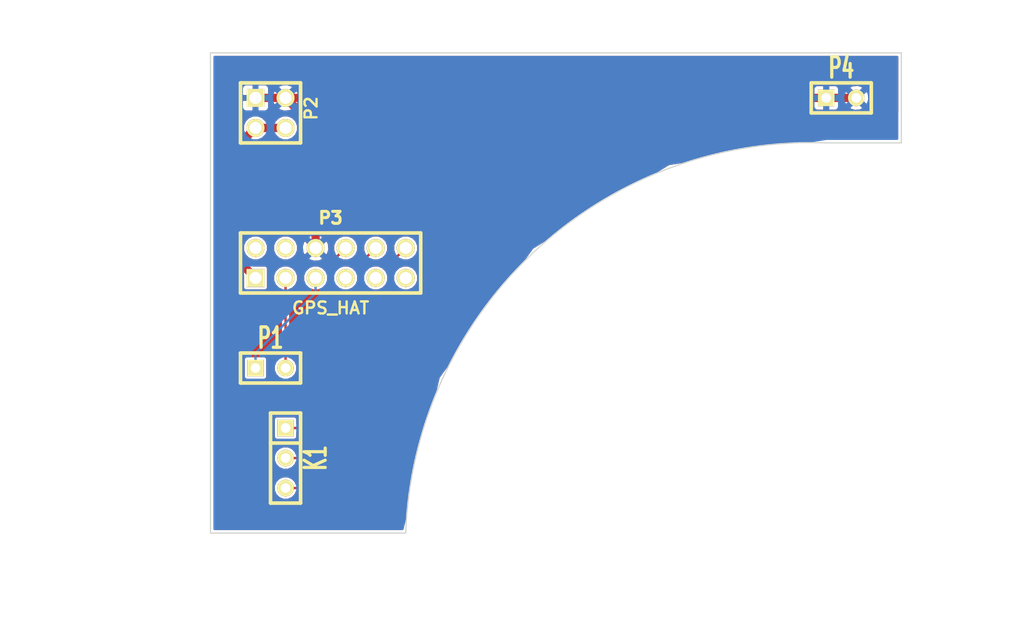
<source format=kicad_pcb>
(kicad_pcb (version 3) (host pcbnew "(22-Jun-2014 BZR 4027)-stable")

  (general
    (links 11)
    (no_connects 0)
    (area 164.720002 94.940001 255.649999 148.75)
    (thickness 1.6)
    (drawings 14)
    (tracks 25)
    (zones 0)
    (modules 7)
    (nets 8)
  )

  (page A3)
  (title_block 
    (title "rpi hat adapter")
    (rev 1)
    (company "Radio Helsinki")
  )

  (layers
    (15 F.Cu signal)
    (0 B.Cu signal)
    (16 B.Adhes user)
    (17 F.Adhes user)
    (18 B.Paste user)
    (19 F.Paste user)
    (20 B.SilkS user)
    (21 F.SilkS user)
    (22 B.Mask user)
    (23 F.Mask user)
    (24 Dwgs.User user)
    (25 Cmts.User user)
    (26 Eco1.User user)
    (27 Eco2.User user)
    (28 Edge.Cuts user)
  )

  (setup
    (last_trace_width 0.2032)
    (user_trace_width 0.2032)
    (user_trace_width 0.3988)
    (user_trace_width 0.701)
    (user_trace_width 1.0008)
    (user_trace_width 1.8009)
    (trace_clearance 0.1524)
    (zone_clearance 0.2032)
    (zone_45_only no)
    (trace_min 0.1524)
    (segment_width 0.2)
    (edge_width 0.1)
    (via_size 0.6502)
    (via_drill 0.3023)
    (via_min_size 0.5004)
    (via_min_drill 0.3023)
    (user_via 0.6502 0.3023)
    (user_via 0.7493 0.3988)
    (user_via 0.95 0.3988)
    (user_via 1.1989 0.4496)
    (user_via 1.999 0.5004)
    (uvia_size 0.508)
    (uvia_drill 0.127)
    (uvias_allowed no)
    (uvia_min_size 0.508)
    (uvia_min_drill 0.127)
    (pcb_text_width 0.3)
    (pcb_text_size 1.5 1.5)
    (mod_edge_width 0.15)
    (mod_text_size 1 1)
    (mod_text_width 0.15)
    (pad_size 1.5 1.5)
    (pad_drill 0.6)
    (pad_to_mask_clearance 0)
    (aux_axis_origin 0 0)
    (visible_elements 7FFFFFFF)
    (pcbplotparams
      (layerselection 32769)
      (usegerberextensions true)
      (excludeedgelayer true)
      (linewidth 0.150000)
      (plotframeref false)
      (viasonmask false)
      (mode 1)
      (useauxorigin false)
      (hpglpennumber 1)
      (hpglpenspeed 20)
      (hpglpendiameter 15)
      (hpglpenoverlay 2)
      (psnegative false)
      (psa4output false)
      (plotreference true)
      (plotvalue true)
      (plotothertext true)
      (plotinvisibletext false)
      (padsonsilk false)
      (subtractmaskfromsilk false)
      (outputformat 1)
      (mirror false)
      (drillshape 0)
      (scaleselection 1)
      (outputdirectory /tmp/))
  )

  (net 0 "")
  (net 1 +3.3V)
  (net 2 /PPS)
  (net 3 /RxD)
  (net 4 /SCL)
  (net 5 /SDA)
  (net 6 /TxD)
  (net 7 GND)

  (net_class Default "Dies ist die voreingestellte Netzklasse."
    (clearance 0.1524)
    (trace_width 0.2032)
    (via_dia 0.6502)
    (via_drill 0.3023)
    (uvia_dia 0.508)
    (uvia_drill 0.127)
    (add_net "")
    (add_net +3.3V)
    (add_net /PPS)
    (add_net /RxD)
    (add_net /SCL)
    (add_net /SDA)
    (add_net /TxD)
    (add_net GND)
  )

  (module SIL-3 (layer F.Cu) (tedit 200000) (tstamp 552445B2)
    (at 189.23 133.35 270)
    (descr "Connecteur 3 pins")
    (tags "CONN DEV")
    (path /55244302)
    (fp_text reference K1 (at 0 -2.54 270) (layer F.SilkS)
      (effects (font (size 1.7907 1.07696) (thickness 0.3048)))
    )
    (fp_text value P9_24/26/28 (at 0 -2.54 270) (layer F.SilkS) hide
      (effects (font (size 1.524 1.016) (thickness 0.3048)))
    )
    (fp_line (start -3.81 1.27) (end -3.81 -1.27) (layer F.SilkS) (width 0.3048))
    (fp_line (start -3.81 -1.27) (end 3.81 -1.27) (layer F.SilkS) (width 0.3048))
    (fp_line (start 3.81 -1.27) (end 3.81 1.27) (layer F.SilkS) (width 0.3048))
    (fp_line (start 3.81 1.27) (end -3.81 1.27) (layer F.SilkS) (width 0.3048))
    (fp_line (start -1.27 -1.27) (end -1.27 1.27) (layer F.SilkS) (width 0.3048))
    (pad 1 thru_hole rect (at -2.54 0 270) (size 1.397 1.397) (drill 0.8128)
      (layers *.Cu *.Mask F.SilkS)
      (net 6 /TxD)
    )
    (pad 2 thru_hole circle (at 0 0 270) (size 1.397 1.397) (drill 0.8128)
      (layers *.Cu *.Mask F.SilkS)
      (net 3 /RxD)
    )
    (pad 3 thru_hole circle (at 2.54 0 270) (size 1.397 1.397) (drill 0.8128)
      (layers *.Cu *.Mask F.SilkS)
      (net 2 /PPS)
    )
  )

  (module SIL-2 (layer F.Cu) (tedit 200000) (tstamp 552445BC)
    (at 236.22 102.87)
    (descr "Connecteurs 2 pins")
    (tags "CONN DEV")
    (path /55244325)
    (fp_text reference P4 (at 0 -2.54) (layer F.SilkS)
      (effects (font (size 1.72974 1.08712) (thickness 0.3048)))
    )
    (fp_text value P8_1/2 (at 0 -2.54) (layer F.SilkS) hide
      (effects (font (size 1.524 1.016) (thickness 0.3048)))
    )
    (fp_line (start -2.54 1.27) (end -2.54 -1.27) (layer F.SilkS) (width 0.3048))
    (fp_line (start -2.54 -1.27) (end 2.54 -1.27) (layer F.SilkS) (width 0.3048))
    (fp_line (start 2.54 -1.27) (end 2.54 1.27) (layer F.SilkS) (width 0.3048))
    (fp_line (start 2.54 1.27) (end -2.54 1.27) (layer F.SilkS) (width 0.3048))
    (pad 1 thru_hole rect (at -1.27 0) (size 1.397 1.397) (drill 0.8128)
      (layers *.Cu *.Mask F.SilkS)
      (net 7 GND)
    )
    (pad 2 thru_hole circle (at 1.27 0) (size 1.397 1.397) (drill 0.8128)
      (layers *.Cu *.Mask F.SilkS)
      (net 7 GND)
    )
  )

  (module SIL-2 (layer F.Cu) (tedit 200000) (tstamp 552445C6)
    (at 187.96 125.73)
    (descr "Connecteurs 2 pins")
    (tags "CONN DEV")
    (path /5524450D)
    (fp_text reference P1 (at 0 -2.54) (layer F.SilkS)
      (effects (font (size 1.72974 1.08712) (thickness 0.3048)))
    )
    (fp_text value P9_19/20 (at 0 -2.54) (layer F.SilkS) hide
      (effects (font (size 1.524 1.016) (thickness 0.3048)))
    )
    (fp_line (start -2.54 1.27) (end -2.54 -1.27) (layer F.SilkS) (width 0.3048))
    (fp_line (start -2.54 -1.27) (end 2.54 -1.27) (layer F.SilkS) (width 0.3048))
    (fp_line (start 2.54 -1.27) (end 2.54 1.27) (layer F.SilkS) (width 0.3048))
    (fp_line (start 2.54 1.27) (end -2.54 1.27) (layer F.SilkS) (width 0.3048))
    (pad 1 thru_hole rect (at -1.27 0) (size 1.397 1.397) (drill 0.8128)
      (layers *.Cu *.Mask F.SilkS)
      (net 4 /SCL)
    )
    (pad 2 thru_hole circle (at 1.27 0) (size 1.397 1.397) (drill 0.8128)
      (layers *.Cu *.Mask F.SilkS)
      (net 5 /SDA)
    )
  )

  (module pin_array_6x2 (layer F.Cu) (tedit 3FB38A8B) (tstamp 552445DA)
    (at 193.04 116.84)
    (descr "Double rangee de contacts 2 x 6 pins")
    (tags CONN)
    (path /552442D5)
    (fp_text reference P3 (at 0 -3.81) (layer F.SilkS)
      (effects (font (size 1.016 1.016) (thickness 0.27432)))
    )
    (fp_text value GPS_HAT (at 0 3.81) (layer F.SilkS)
      (effects (font (size 1.016 1.016) (thickness 0.2032)))
    )
    (fp_line (start -7.62 -2.54) (end 7.62 -2.54) (layer F.SilkS) (width 0.3048))
    (fp_line (start 7.62 -2.54) (end 7.62 2.54) (layer F.SilkS) (width 0.3048))
    (fp_line (start 7.62 2.54) (end -7.62 2.54) (layer F.SilkS) (width 0.3048))
    (fp_line (start -7.62 2.54) (end -7.62 -2.54) (layer F.SilkS) (width 0.3048))
    (pad 1 thru_hole rect (at -6.35 1.27) (size 1.524 1.524) (drill 1.016)
      (layers *.Cu *.Mask F.SilkS)
      (net 1 +3.3V)
    )
    (pad 2 thru_hole circle (at -6.35 -1.27) (size 1.524 1.524) (drill 1.016)
      (layers *.Cu *.Mask F.SilkS)
    )
    (pad 3 thru_hole circle (at -3.81 1.27) (size 1.524 1.524) (drill 1.016)
      (layers *.Cu *.Mask F.SilkS)
      (net 5 /SDA)
    )
    (pad 4 thru_hole circle (at -3.81 -1.27) (size 1.524 1.524) (drill 1.016)
      (layers *.Cu *.Mask F.SilkS)
    )
    (pad 5 thru_hole circle (at -1.27 1.27) (size 1.524 1.524) (drill 1.016)
      (layers *.Cu *.Mask F.SilkS)
      (net 4 /SCL)
    )
    (pad 6 thru_hole circle (at -1.27 -1.27) (size 1.524 1.524) (drill 1.016)
      (layers *.Cu *.Mask F.SilkS)
      (net 7 GND)
    )
    (pad 7 thru_hole circle (at 1.27 1.27) (size 1.524 1.524) (drill 1.016)
      (layers *.Cu *.Mask F.SilkS)
    )
    (pad 8 thru_hole circle (at 1.27 -1.27) (size 1.524 1.524) (drill 1.016)
      (layers *.Cu *.Mask F.SilkS)
      (net 6 /TxD)
    )
    (pad 9 thru_hole circle (at 3.81 1.27) (size 1.524 1.524) (drill 1.016)
      (layers *.Cu *.Mask F.SilkS)
    )
    (pad 10 thru_hole circle (at 3.81 -1.27) (size 1.524 1.524) (drill 1.016)
      (layers *.Cu *.Mask F.SilkS)
      (net 3 /RxD)
    )
    (pad 11 thru_hole circle (at 6.35 1.27) (size 1.524 1.524) (drill 1.016)
      (layers *.Cu *.Mask F.SilkS)
    )
    (pad 12 thru_hole circle (at 6.35 -1.27) (size 1.524 1.524) (drill 1.016)
      (layers *.Cu *.Mask F.SilkS)
      (net 2 /PPS)
    )
    (model pin_array/pins_array_6x2.wrl
      (at (xyz 0 0 0))
      (scale (xyz 1 1 1))
      (rotate (xyz 0 0 0))
    )
  )

  (module PIN_ARRAY_2X2 (layer F.Cu) (tedit 3FAB87D4) (tstamp 552445E6)
    (at 187.96 104.14 270)
    (descr "Double rangee de contacts 2 x 2 pins")
    (tags CONN)
    (path /552442E4)
    (fp_text reference P2 (at -0.381 -3.429 270) (layer F.SilkS)
      (effects (font (size 1.016 1.016) (thickness 0.2032)))
    )
    (fp_text value P9_1/2/3/4 (at 0 3.048 270) (layer F.SilkS) hide
      (effects (font (size 1.016 1.016) (thickness 0.2032)))
    )
    (fp_line (start -2.54 -2.54) (end 2.54 -2.54) (layer F.SilkS) (width 0.3048))
    (fp_line (start 2.54 -2.54) (end 2.54 2.54) (layer F.SilkS) (width 0.3048))
    (fp_line (start 2.54 2.54) (end -2.54 2.54) (layer F.SilkS) (width 0.3048))
    (fp_line (start -2.54 2.54) (end -2.54 -2.54) (layer F.SilkS) (width 0.3048))
    (pad 1 thru_hole rect (at -1.27 1.27 270) (size 1.524 1.524) (drill 1.016)
      (layers *.Cu *.Mask F.SilkS)
      (net 7 GND)
    )
    (pad 2 thru_hole circle (at -1.27 -1.27 270) (size 1.524 1.524) (drill 1.016)
      (layers *.Cu *.Mask F.SilkS)
      (net 7 GND)
    )
    (pad 3 thru_hole circle (at 1.27 1.27 270) (size 1.524 1.524) (drill 1.016)
      (layers *.Cu *.Mask F.SilkS)
      (net 1 +3.3V)
    )
    (pad 4 thru_hole circle (at 1.27 -1.27 270) (size 1.524 1.524) (drill 1.016)
      (layers *.Cu *.Mask F.SilkS)
      (net 1 +3.3V)
    )
    (model pin_array/pins_array_2x2.wrl
      (at (xyz 0 0 0))
      (scale (xyz 1 1 1))
      (rotate (xyz 0 0 0))
    )
  )

  (module rhlogo_copper-front_10mm (layer F.Cu) (tedit 0) (tstamp 55252024)
    (at 199.39 106.68)
    (fp_text reference G*** (at 0 1.69418) (layer F.SilkS) hide
      (effects (font (size 0.22098 0.22098) (thickness 0.04318)))
    )
    (fp_text value rhlogo_copper-front_10mm (at 0 -1.69418) (layer F.SilkS) hide
      (effects (font (size 0.22098 0.22098) (thickness 0.04318)))
    )
    (fp_poly (pts (xy 4.99872 1.58242) (xy 4.8387 1.58242) (xy 4.8387 1.4224) (xy 4.8387 -1.41224)
      (xy -2.2479 -1.41224) (xy -2.2479 1.4224) (xy 4.8387 1.4224) (xy 4.8387 1.58242)
      (xy -2.40538 1.58242) (xy -2.40538 1.4224) (xy -2.40538 -1.41224) (xy -4.826 -1.41224)
      (xy -4.826 1.4224) (xy -2.40538 1.4224) (xy -2.40538 1.58242) (xy -4.99872 1.58242)
      (xy -4.99872 -1.58242) (xy 4.99872 -1.58242) (xy 4.99872 1.58242) (xy 4.99872 1.58242)) (layer F.Cu) (width 0.00254))
    (fp_poly (pts (xy -2.52222 1.1176) (xy -2.52476 1.14808) (xy -2.54254 1.18364) (xy -2.57048 1.20904)
      (xy -2.5781 1.21412) (xy -2.62128 1.22936) (xy -2.67462 1.23444) (xy -2.72288 1.22936)
      (xy -2.7432 1.22174) (xy -2.77368 1.2065) (xy -2.81178 1.1811) (xy -2.85496 1.15062)
      (xy -2.8575 1.14808) (xy -2.91338 1.11252) (xy -2.98704 1.06426) (xy -3.0861 1.00838)
      (xy -3.20548 0.94234) (xy -3.34518 0.86614) (xy -3.44678 0.81026) (xy -3.63474 0.71374)
      (xy -3.77952 0.77978) (xy -3.89128 0.83312) (xy -4.0005 0.88646) (xy -4.1021 0.9398)
      (xy -4.19608 0.98806) (xy -4.27482 1.03124) (xy -4.33832 1.06934) (xy -4.3815 1.09982)
      (xy -4.38912 1.10236) (xy -4.44754 1.15062) (xy -4.49072 1.1811) (xy -4.5212 1.20396)
      (xy -4.54406 1.21666) (xy -4.56184 1.22428) (xy -4.57962 1.22682) (xy -4.59486 1.22682)
      (xy -4.64312 1.21666) (xy -4.6736 1.1938) (xy -4.68884 1.1557) (xy -4.68376 1.10998)
      (xy -4.65836 1.05918) (xy -4.65328 1.0541) (xy -4.63042 1.02616) (xy -4.59486 1.0033)
      (xy -4.54406 0.9779) (xy -4.47802 0.9525) (xy -4.43484 0.9398) (xy -4.39928 0.9271)
      (xy -4.34848 0.90678) (xy -4.28752 0.88138) (xy -4.21894 0.8509) (xy -4.14528 0.82042)
      (xy -4.07162 0.7874) (xy -3.99796 0.75438) (xy -3.93192 0.72136) (xy -3.87604 0.69596)
      (xy -3.83286 0.6731) (xy -3.80238 0.65786) (xy -3.79476 0.65024) (xy -3.80492 0.64262)
      (xy -3.8354 0.62738) (xy -3.88112 0.60198) (xy -3.93954 0.5715) (xy -4.01066 0.53594)
      (xy -4.07416 0.50546) (xy -4.17576 0.45466) (xy -4.25958 0.41656) (xy -4.32816 0.38608)
      (xy -4.38912 0.36322) (xy -4.43992 0.34544) (xy -4.47548 0.33528) (xy -4.53898 0.3175)
      (xy -4.5847 0.30226) (xy -4.61518 0.28448) (xy -4.63804 0.2667) (xy -4.67106 0.22352)
      (xy -4.67868 0.18542) (xy -4.6609 0.14986) (xy -4.64058 0.12954) (xy -4.60248 0.10414)
      (xy -4.5593 0.09398) (xy -4.5085 0.1016) (xy -4.45008 0.12192) (xy -4.3815 0.16002)
      (xy -4.29768 0.2159) (xy -4.27482 0.23368) (xy -4.20878 0.2794) (xy -4.15036 0.3175)
      (xy -4.09194 0.35306) (xy -4.03098 0.38862) (xy -3.95986 0.42418) (xy -3.8735 0.46482)
      (xy -3.7973 0.50038) (xy -3.73126 0.53086) (xy -3.683 0.55118) (xy -3.64744 0.56388)
      (xy -3.62458 0.56896) (xy -3.60426 0.56896) (xy -3.5941 0.56642) (xy -3.5687 0.55626)
      (xy -3.52298 0.53848) (xy -3.4671 0.51308) (xy -3.39852 0.4826) (xy -3.3274 0.44958)
      (xy -3.25628 0.41656) (xy -3.1877 0.38354) (xy -3.12928 0.3556) (xy -3.08356 0.3302)
      (xy -3.06578 0.32004) (xy -3.01752 0.2921) (xy -2.97434 0.26162) (xy -2.9464 0.23876)
      (xy -2.8702 0.17526) (xy -2.79654 0.12954) (xy -2.7305 0.09906) (xy -2.68224 0.08636)
      (xy -2.64414 0.08382) (xy -2.62128 0.0889) (xy -2.60096 0.10414) (xy -2.58572 0.12446)
      (xy -2.55778 0.17272) (xy -2.55524 0.21844) (xy -2.57556 0.25654) (xy -2.62128 0.28956)
      (xy -2.68732 0.32004) (xy -2.75082 0.33782) (xy -2.80924 0.35306) (xy -2.87274 0.37084)
      (xy -2.91846 0.38608) (xy -2.95402 0.40132) (xy -3.00482 0.42418) (xy -3.06832 0.45212)
      (xy -3.13944 0.4826) (xy -3.2131 0.51816) (xy -3.28676 0.55118) (xy -3.35026 0.58166)
      (xy -3.40614 0.6096) (xy -3.44424 0.62738) (xy -3.4798 0.64516) (xy -3.20294 0.78994)
      (xy -3.1115 0.83566) (xy -3.03784 0.87376) (xy -2.97688 0.9017) (xy -2.92354 0.92456)
      (xy -2.87528 0.94234) (xy -2.82956 0.95758) (xy -2.77876 0.97028) (xy -2.6797 1.00076)
      (xy -2.6035 1.03632) (xy -2.5527 1.07188) (xy -2.52476 1.11252) (xy -2.52222 1.1176)
      (xy -2.52222 1.1176)) (layer F.Cu) (width 0.00254))
    (fp_poly (pts (xy -3.00736 -0.74168) (xy -3.01244 -0.63246) (xy -3.03276 -0.5207) (xy -3.06832 -0.4064)
      (xy -3.11404 -0.29464) (xy -3.12674 -0.27432) (xy -3.13182 -0.25908) (xy -3.13182 -0.63754)
      (xy -3.13436 -0.70612) (xy -3.14198 -0.78232) (xy -3.15214 -0.84328) (xy -3.16992 -0.889)
      (xy -3.19532 -0.93218) (xy -3.23342 -0.97282) (xy -3.2385 -0.9779) (xy -3.30708 -1.03632)
      (xy -3.3782 -1.07696) (xy -3.45948 -1.09728) (xy -3.55346 -1.10236) (xy -3.66014 -1.08966)
      (xy -3.68554 -1.08712) (xy -3.7592 -1.07188) (xy -3.81254 -1.05918) (xy -3.85064 -1.0414)
      (xy -3.88366 -1.02108) (xy -3.9116 -0.99314) (xy -3.91414 -0.99314) (xy -3.95986 -0.92964)
      (xy -3.99796 -0.84836) (xy -4.02844 -0.74422) (xy -4.04368 -0.66548) (xy -4.07162 -0.52324)
      (xy -4.04114 -0.50292) (xy -3.99034 -0.46482) (xy -3.9624 -0.4318) (xy -3.95732 -0.39624)
      (xy -3.95732 -0.3937) (xy -3.95478 -0.3556) (xy -3.94462 -0.34036) (xy -3.93446 -0.32258)
      (xy -3.93192 -0.3048) (xy -3.937 -0.27178) (xy -3.94208 -0.254) (xy -3.9497 -0.21844)
      (xy -3.95224 -0.19558) (xy -3.94462 -0.18288) (xy -3.93192 -0.17272) (xy -3.90398 -0.1524)
      (xy -3.92938 -0.11938) (xy -3.94462 -0.09652) (xy -3.9497 -0.0762) (xy -3.93954 -0.04826)
      (xy -3.937 -0.04318) (xy -3.91414 -0.00254) (xy -3.88366 0.02794) (xy -3.88112 0.03048)
      (xy -3.85064 0.06604) (xy -3.84302 0.09652) (xy -3.8354 0.1524) (xy -3.81254 0.21082)
      (xy -3.77952 0.25908) (xy -3.76936 0.27178) (xy -3.74142 0.2921) (xy -3.71602 0.30226)
      (xy -3.67538 0.3048) (xy -3.66522 0.3048) (xy -3.61442 0.30226) (xy -3.556 0.29718)
      (xy -3.51282 0.2921) (xy -3.429 0.27686) (xy -3.4036 0.22098) (xy -3.38836 0.18288)
      (xy -3.37058 0.12954) (xy -3.35534 0.07112) (xy -3.3528 0.06096) (xy -3.31978 -0.05842)
      (xy -3.28676 -0.16256) (xy -3.2512 -0.25654) (xy -3.2131 -0.3429) (xy -3.175 -0.42672)
      (xy -3.1496 -0.50038) (xy -3.1369 -0.56642) (xy -3.13182 -0.63754) (xy -3.13182 -0.25908)
      (xy -3.15722 -0.20828) (xy -3.19024 -0.12446) (xy -3.22072 -0.03048) (xy -3.24866 0.06604)
      (xy -3.27406 0.1651) (xy -3.27914 0.1905) (xy -3.2893 0.23368) (xy -3.30454 0.2667)
      (xy -3.32994 0.29718) (xy -3.35788 0.32512) (xy -3.40614 0.36576) (xy -3.45186 0.3937)
      (xy -3.46964 0.40132) (xy -3.53568 0.41148) (xy -3.61188 0.41402) (xy -3.68808 0.4064)
      (xy -3.72618 0.39624) (xy -3.76936 0.38354) (xy -3.80746 0.37084) (xy -3.82016 0.36576)
      (xy -3.85064 0.3429) (xy -3.88112 0.30226) (xy -3.90906 0.24892) (xy -3.92938 0.1905)
      (xy -3.92938 0.18542) (xy -3.94208 0.1397) (xy -3.95986 0.10922) (xy -3.9878 0.08382)
      (xy -4.00812 0.06858) (xy -4.02336 0.04826) (xy -4.0386 0.01016) (xy -4.05384 -0.03302)
      (xy -4.06654 -0.08382) (xy -4.0767 -0.12954) (xy -4.0767 -0.15494) (xy -4.08178 -0.1905)
      (xy -4.09448 -0.23114) (xy -4.1021 -0.25146) (xy -4.11734 -0.28956) (xy -4.12496 -0.32258)
      (xy -4.12496 -0.33528) (xy -4.12496 -0.38608) (xy -4.13766 -0.42418) (xy -4.15798 -0.45212)
      (xy -4.17576 -0.47752) (xy -4.18592 -0.49784) (xy -4.18338 -0.52324) (xy -4.1783 -0.56134)
      (xy -4.16814 -0.61722) (xy -4.16052 -0.67818) (xy -4.15798 -0.70358) (xy -4.15036 -0.75184)
      (xy -4.1402 -0.81026) (xy -4.1275 -0.87122) (xy -4.12496 -0.88138) (xy -4.10972 -0.93472)
      (xy -4.09702 -0.97282) (xy -4.07924 -1.0033) (xy -4.0513 -1.03378) (xy -4.02844 -1.05664)
      (xy -3.9624 -1.11506) (xy -3.89636 -1.15824) (xy -3.8227 -1.18618) (xy -3.73888 -1.2065)
      (xy -3.63728 -1.21412) (xy -3.57378 -1.21412) (xy -3.46964 -1.21158) (xy -3.38836 -1.20396)
      (xy -3.31978 -1.18618) (xy -3.2639 -1.16332) (xy -3.26136 -1.16078) (xy -3.22326 -1.13284)
      (xy -3.17754 -1.0922) (xy -3.13182 -1.04648) (xy -3.08864 -0.99822) (xy -3.05562 -0.95504)
      (xy -3.03784 -0.9271) (xy -3.01498 -0.84074) (xy -3.00736 -0.74168) (xy -3.00736 -0.74168)) (layer F.Cu) (width 0.00254))
    (fp_poly (pts (xy 2.83464 0.18034) (xy 2.82956 0.20574) (xy 2.8067 0.22606) (xy 2.80162 0.2286)
      (xy 2.76352 0.25146) (xy 2.76352 0.67056) (xy 2.76352 0.78486) (xy 2.76352 0.87376)
      (xy 2.76098 0.94742) (xy 2.76098 1.0033) (xy 2.75844 1.04394) (xy 2.7559 1.07696)
      (xy 2.75336 1.09982) (xy 2.74828 1.1176) (xy 2.74066 1.13538) (xy 2.73558 1.14554)
      (xy 2.71018 1.18618) (xy 2.68478 1.20142) (xy 2.6543 1.1938) (xy 2.62382 1.1684)
      (xy 2.60096 1.13538) (xy 2.57302 1.08712) (xy 2.54508 1.016) (xy 2.51206 0.9271)
      (xy 2.47396 0.8128) (xy 2.46126 0.7747) (xy 2.44348 0.71882) (xy 2.42062 0.65532)
      (xy 2.39522 0.58674) (xy 2.36982 0.51816) (xy 2.34442 0.45466) (xy 2.3241 0.40132)
      (xy 2.30632 0.36068) (xy 2.29362 0.33782) (xy 2.29108 0.33528) (xy 2.29108 0.34544)
      (xy 2.29108 0.37846) (xy 2.29108 0.42926) (xy 2.29108 0.4953) (xy 2.29362 0.57404)
      (xy 2.29362 0.66294) (xy 2.29362 0.68326) (xy 2.29616 0.79756) (xy 2.29616 0.889)
      (xy 2.30124 0.96012) (xy 2.30378 1.01346) (xy 2.30886 1.05156) (xy 2.31648 1.0795)
      (xy 2.32664 1.09474) (xy 2.3368 1.10236) (xy 2.35204 1.1049) (xy 2.35204 1.1049)
      (xy 2.37744 1.11252) (xy 2.4003 1.13284) (xy 2.413 1.15824) (xy 2.413 1.17856)
      (xy 2.39776 1.18364) (xy 2.3622 1.18618) (xy 2.31648 1.18872) (xy 2.2606 1.19126)
      (xy 2.20472 1.18872) (xy 2.15392 1.18872) (xy 2.11074 1.18364) (xy 2.0828 1.17856)
      (xy 2.07772 1.17602) (xy 2.06248 1.14554) (xy 2.0701 1.11506) (xy 2.10058 1.08204)
      (xy 2.11074 1.07442) (xy 2.16154 1.03886) (xy 2.159 0.71882) (xy 2.15646 0.60198)
      (xy 2.15646 0.50546) (xy 2.15138 0.42926) (xy 2.1463 0.37084) (xy 2.14122 0.32766)
      (xy 2.13106 0.29464) (xy 2.11836 0.27432) (xy 2.10312 0.26162) (xy 2.10058 0.26162)
      (xy 2.06756 0.23622) (xy 2.05232 0.20066) (xy 2.04978 0.18034) (xy 2.04978 0.14732)
      (xy 2.17932 0.1397) (xy 2.23774 0.13462) (xy 2.27838 0.13462) (xy 2.30378 0.13716)
      (xy 2.3241 0.14478) (xy 2.34442 0.15494) (xy 2.35204 0.16002) (xy 2.3749 0.1778)
      (xy 2.39268 0.20066) (xy 2.41046 0.23876) (xy 2.43332 0.28956) (xy 2.44348 0.31242)
      (xy 2.46888 0.37846) (xy 2.49428 0.45212) (xy 2.5146 0.5207) (xy 2.52222 0.5461)
      (xy 2.55016 0.63246) (xy 2.57302 0.69596) (xy 2.5908 0.7366) (xy 2.6035 0.75692)
      (xy 2.60858 0.75946) (xy 2.61366 0.74422) (xy 2.61874 0.7112) (xy 2.61874 0.66294)
      (xy 2.62128 0.60452) (xy 2.62128 0.53848) (xy 2.62128 0.47244) (xy 2.61874 0.41148)
      (xy 2.61366 0.3556) (xy 2.61112 0.3302) (xy 2.60604 0.28702) (xy 2.59842 0.26162)
      (xy 2.58826 0.24638) (xy 2.56794 0.23876) (xy 2.56286 0.23876) (xy 2.52984 0.22098)
      (xy 2.51968 0.19558) (xy 2.53492 0.1651) (xy 2.54762 0.1524) (xy 2.5654 0.13462)
      (xy 2.58826 0.127) (xy 2.62128 0.12192) (xy 2.66192 0.12192) (xy 2.73812 0.127)
      (xy 2.79146 0.1397) (xy 2.82448 0.16002) (xy 2.83464 0.18034) (xy 2.83464 0.18034)) (layer F.Cu) (width 0.00254))
    (fp_poly (pts (xy -1.14046 1.143) (xy -1.15316 1.16586) (xy -1.1811 1.1811) (xy -1.22428 1.18872)
      (xy -1.2446 1.18872) (xy -1.27762 1.18618) (xy -1.32334 1.18364) (xy -1.3589 1.1811)
      (xy -1.4097 1.17602) (xy -1.44018 1.16332) (xy -1.4478 1.14554) (xy -1.43764 1.12014)
      (xy -1.41986 1.10236) (xy -1.38684 1.08712) (xy -1.3843 1.08458) (xy -1.34366 1.07188)
      (xy -1.34366 0.9017) (xy -1.34366 0.83312) (xy -1.3462 0.78232) (xy -1.34874 0.75184)
      (xy -1.35382 0.73152) (xy -1.36144 0.7239) (xy -1.38176 0.71882) (xy -1.41986 0.71374)
      (xy -1.47066 0.7112) (xy -1.52908 0.7112) (xy -1.67894 0.7112) (xy -1.6764 0.89916)
      (xy -1.6764 1.08712) (xy -1.63576 1.08966) (xy -1.6002 1.10236) (xy -1.57734 1.12522)
      (xy -1.5748 1.1557) (xy -1.57734 1.16078) (xy -1.58496 1.1684) (xy -1.60528 1.17348)
      (xy -1.64084 1.17602) (xy -1.69672 1.17856) (xy -1.72212 1.17856) (xy -1.78054 1.17856)
      (xy -1.83134 1.17602) (xy -1.8669 1.17348) (xy -1.88468 1.17094) (xy -1.89738 1.15316)
      (xy -1.90246 1.12776) (xy -1.89484 1.10236) (xy -1.87198 1.08712) (xy -1.8288 1.0795)
      (xy -1.81864 1.0795) (xy -1.80086 1.07696) (xy -1.79324 1.06934) (xy -1.79324 1.04648)
      (xy -1.79578 1.016) (xy -1.79832 0.98552) (xy -1.80086 0.93726) (xy -1.80086 0.87122)
      (xy -1.8034 0.78994) (xy -1.8034 0.70104) (xy -1.8034 0.60452) (xy -1.8034 0.58674)
      (xy -1.8034 0.22098) (xy -1.85166 0.21844) (xy -1.88468 0.21082) (xy -1.89992 0.19558)
      (xy -1.89992 0.1905) (xy -1.90246 0.16764) (xy -1.88976 0.14986) (xy -1.86436 0.1397)
      (xy -1.81864 0.13462) (xy -1.75514 0.13462) (xy -1.75006 0.13462) (xy -1.62306 0.13462)
      (xy -1.60782 0.17272) (xy -1.59766 0.20066) (xy -1.60274 0.2159) (xy -1.60528 0.2159)
      (xy -1.6256 0.2286) (xy -1.64338 0.2413) (xy -1.65354 0.254) (xy -1.66116 0.26924)
      (xy -1.66624 0.29718) (xy -1.66878 0.33782) (xy -1.67132 0.39624) (xy -1.67132 0.42164)
      (xy -1.6764 0.58166) (xy -1.51384 0.5842) (xy -1.4478 0.58674) (xy -1.40208 0.58674)
      (xy -1.36906 0.58166) (xy -1.35128 0.56642) (xy -1.34112 0.53848) (xy -1.33858 0.4953)
      (xy -1.33858 0.43434) (xy -1.33858 0.39116) (xy -1.33858 0.24638) (xy -1.37414 0.23114)
      (xy -1.4097 0.21082) (xy -1.43002 0.18288) (xy -1.43256 0.15494) (xy -1.43256 0.1524)
      (xy -1.41732 0.14478) (xy -1.3843 0.13716) (xy -1.34112 0.13208) (xy -1.29032 0.12954)
      (xy -1.24206 0.127) (xy -1.20142 0.12954) (xy -1.17602 0.13208) (xy -1.1684 0.13462)
      (xy -1.15316 0.16256) (xy -1.15824 0.1905) (xy -1.17856 0.2159) (xy -1.18364 0.21844)
      (xy -1.21412 0.23114) (xy -1.21412 0.6604) (xy -1.21412 0.7747) (xy -1.21412 0.86868)
      (xy -1.21412 0.9398) (xy -1.21412 0.99568) (xy -1.21158 1.03378) (xy -1.20904 1.06172)
      (xy -1.2065 1.0795) (xy -1.20142 1.08712) (xy -1.19634 1.0922) (xy -1.1938 1.0922)
      (xy -1.16078 1.10236) (xy -1.143 1.1303) (xy -1.14046 1.143) (xy -1.14046 1.143)) (layer F.Cu) (width 0.00254))
    (fp_poly (pts (xy 0.53594 0.84582) (xy 0.5334 0.89154) (xy 0.52832 0.94742) (xy 0.52324 1.00838)
      (xy 0.51562 1.0668) (xy 0.508 1.1176) (xy 0.50292 1.1557) (xy 0.49784 1.17856)
      (xy 0.4953 1.17856) (xy 0.4826 1.1811) (xy 0.44704 1.18364) (xy 0.39624 1.18618)
      (xy 0.33274 1.18618) (xy 0.26162 1.18872) (xy 0.18288 1.18872) (xy 0.10414 1.18618)
      (xy 0.02794 1.18618) (xy -0.0381 1.18364) (xy -0.09398 1.1811) (xy -0.09906 1.1811)
      (xy -0.1524 1.17348) (xy -0.18288 1.15824) (xy -0.18796 1.13284) (xy -0.17526 1.10744)
      (xy -0.15494 1.08712) (xy -0.12446 1.0795) (xy -0.1016 1.0795) (xy -0.05842 1.07442)
      (xy -0.02794 1.05918) (xy -0.01524 1.04902) (xy -0.00508 1.03886) (xy 0 1.02616)
      (xy 0.00508 1.01092) (xy 0.00762 0.98806) (xy 0.01016 0.94996) (xy 0.01016 0.89916)
      (xy 0.01016 0.83058) (xy 0.01016 0.78232) (xy 0.01016 0.69596) (xy 0.01016 0.60706)
      (xy 0.00762 0.52578) (xy 0.00508 0.45466) (xy 0.00254 0.41148) (xy 0 0.35306)
      (xy -0.00254 0.31496) (xy -0.00762 0.28956) (xy -0.01524 0.27686) (xy -0.02794 0.2667)
      (xy -0.0381 0.26162) (xy -0.07112 0.25146) (xy -0.1016 0.25146) (xy -0.13208 0.25146)
      (xy -0.16764 0.2413) (xy -0.19812 0.22606) (xy -0.21844 0.20828) (xy -0.22098 0.20066)
      (xy -0.21336 0.17526) (xy -0.20574 0.15748) (xy -0.20066 0.14986) (xy -0.1905 0.14224)
      (xy -0.17272 0.1397) (xy -0.14478 0.13462) (xy -0.1016 0.13462) (xy -0.04064 0.13462)
      (xy 0.02794 0.13462) (xy 0.12192 0.13462) (xy 0.19558 0.13462) (xy 0.24892 0.13716)
      (xy 0.28956 0.14224) (xy 0.31496 0.14986) (xy 0.33274 0.16002) (xy 0.3429 0.17018)
      (xy 0.34544 0.1778) (xy 0.35306 0.21082) (xy 0.34036 0.23622) (xy 0.3048 0.25146)
      (xy 0.25654 0.25908) (xy 0.22606 0.26162) (xy 0.2032 0.26416) (xy 0.18288 0.27178)
      (xy 0.17018 0.28448) (xy 0.16002 0.3048) (xy 0.1524 0.33782) (xy 0.14986 0.38354)
      (xy 0.14732 0.44704) (xy 0.14732 0.52578) (xy 0.14986 0.62738) (xy 0.14986 0.67818)
      (xy 0.14986 0.78232) (xy 0.1524 0.86614) (xy 0.1524 0.92964) (xy 0.15494 0.9779)
      (xy 0.15748 1.01092) (xy 0.16002 1.03378) (xy 0.1651 1.04648) (xy 0.17018 1.05664)
      (xy 0.17526 1.06172) (xy 0.2032 1.07188) (xy 0.24384 1.07696) (xy 0.2921 1.0795)
      (xy 0.34036 1.0795) (xy 0.381 1.07188) (xy 0.4064 1.06426) (xy 0.4064 1.06172)
      (xy 0.4191 1.03886) (xy 0.42672 0.99314) (xy 0.43434 0.9271) (xy 0.43434 0.92456)
      (xy 0.43942 0.85344) (xy 0.45212 0.80518) (xy 0.46736 0.7747) (xy 0.48768 0.762)
      (xy 0.508 0.762) (xy 0.52578 0.76962) (xy 0.5334 0.79248) (xy 0.53594 0.81534)
      (xy 0.53594 0.84582) (xy 0.53594 0.84582)) (layer F.Cu) (width 0.00254))
    (fp_poly (pts (xy 1.28016 0.93726) (xy 1.27508 1.00584) (xy 1.25476 1.06934) (xy 1.22174 1.12268)
      (xy 1.17094 1.16078) (xy 1.16078 1.16586) (xy 1.12014 1.17856) (xy 1.06172 1.18618)
      (xy 0.99314 1.18872) (xy 0.92456 1.18872) (xy 0.8636 1.18364) (xy 0.81788 1.17348)
      (xy 0.81026 1.17094) (xy 0.77216 1.15062) (xy 0.73152 1.12268) (xy 0.72898 1.12268)
      (xy 0.70358 1.10236) (xy 0.6858 1.0922) (xy 0.68326 1.0922) (xy 0.6731 1.10236)
      (xy 0.6604 1.12776) (xy 0.65786 1.13538) (xy 0.63754 1.16586) (xy 0.61976 1.17602)
      (xy 0.61722 1.17602) (xy 0.60198 1.16078) (xy 0.59182 1.12776) (xy 0.5842 1.08204)
      (xy 0.58166 1.02616) (xy 0.5842 0.96774) (xy 0.58928 0.91186) (xy 0.58928 0.91186)
      (xy 0.59944 0.86868) (xy 0.60706 0.84582) (xy 0.61722 0.83566) (xy 0.635 0.83312)
      (xy 0.67564 0.84074) (xy 0.70104 0.86106) (xy 0.71628 0.90424) (xy 0.71628 0.9144)
      (xy 0.72898 0.96774) (xy 0.7493 1.00584) (xy 0.78486 1.0414) (xy 0.81534 1.06426)
      (xy 0.84328 1.08458) (xy 0.86868 1.09728) (xy 0.89916 1.10236) (xy 0.9398 1.1049)
      (xy 0.97282 1.1049) (xy 1.07442 1.1049) (xy 1.12268 1.05664) (xy 1.15062 1.02616)
      (xy 1.16332 1.0033) (xy 1.16586 0.9779) (xy 1.16332 0.94996) (xy 1.15062 0.9017)
      (xy 1.12776 0.86106) (xy 1.08966 0.82296) (xy 1.03124 0.7874) (xy 0.95504 0.75438)
      (xy 0.8763 0.7239) (xy 0.81026 0.6985) (xy 0.75946 0.67056) (xy 0.71882 0.63754)
      (xy 0.67818 0.58928) (xy 0.65278 0.55372) (xy 0.62992 0.51816) (xy 0.61722 0.49022)
      (xy 0.6096 0.45466) (xy 0.60452 0.40894) (xy 0.60452 0.38862) (xy 0.59944 0.28702)
      (xy 0.65786 0.22606) (xy 0.70104 0.18288) (xy 0.74168 0.16002) (xy 0.7747 0.14732)
      (xy 0.8763 0.13462) (xy 0.9779 0.14478) (xy 1.0287 0.16002) (xy 1.1049 0.18542)
      (xy 1.13284 0.16002) (xy 1.15824 0.14224) (xy 1.1811 0.13462) (xy 1.20396 0.1397)
      (xy 1.22936 0.15748) (xy 1.24968 0.1778) (xy 1.2573 0.19558) (xy 1.25476 0.19812)
      (xy 1.24968 0.21844) (xy 1.24714 0.254) (xy 1.24206 0.30226) (xy 1.23952 0.3302)
      (xy 1.23698 0.38354) (xy 1.2319 0.4191) (xy 1.22682 0.43942) (xy 1.2192 0.44704)
      (xy 1.2065 0.45212) (xy 1.20396 0.45212) (xy 1.17348 0.4445) (xy 1.14046 0.42164)
      (xy 1.11506 0.39116) (xy 1.1049 0.36068) (xy 1.1049 0.35814) (xy 1.09474 0.32766)
      (xy 1.06426 0.2921) (xy 1.06172 0.28702) (xy 1.02362 0.26162) (xy 0.97536 0.24384)
      (xy 0.9144 0.23368) (xy 0.8509 0.23114) (xy 0.81788 0.23368) (xy 0.79502 0.24384)
      (xy 0.77216 0.2667) (xy 0.75438 0.28448) (xy 0.7239 0.33274) (xy 0.7112 0.37338)
      (xy 0.71882 0.41402) (xy 0.74422 0.46228) (xy 0.76708 0.49022) (xy 0.78994 0.5207)
      (xy 0.8128 0.54102) (xy 0.8382 0.56134) (xy 0.87122 0.57912) (xy 0.91948 0.60198)
      (xy 0.98298 0.63246) (xy 0.98298 0.63246) (xy 1.06934 0.6731) (xy 1.13792 0.70866)
      (xy 1.18618 0.74168) (xy 1.19888 0.75184) (xy 1.24206 0.80518) (xy 1.27 0.86868)
      (xy 1.28016 0.93726) (xy 1.28016 0.93726)) (layer F.Cu) (width 0.00254))
    (fp_poly (pts (xy 1.97358 0.2032) (xy 1.97104 0.21336) (xy 1.9558 0.22352) (xy 1.9304 0.2286)
      (xy 1.88468 0.23368) (xy 1.83134 0.23876) (xy 1.78562 0.2413) (xy 1.75006 0.24638)
      (xy 1.73228 0.25146) (xy 1.73228 0.25146) (xy 1.72974 0.2667) (xy 1.7272 0.30226)
      (xy 1.7272 0.35306) (xy 1.7272 0.4191) (xy 1.7272 0.49276) (xy 1.7272 0.57404)
      (xy 1.72974 0.65532) (xy 1.72974 0.7366) (xy 1.73228 0.81026) (xy 1.73736 0.87376)
      (xy 1.73736 0.889) (xy 1.74498 1.03886) (xy 1.78562 1.05918) (xy 1.82372 1.07442)
      (xy 1.8669 1.08204) (xy 1.87198 1.08204) (xy 1.91008 1.08966) (xy 1.9304 1.10744)
      (xy 1.93802 1.1176) (xy 1.94818 1.14808) (xy 1.94818 1.1684) (xy 1.9431 1.17602)
      (xy 1.93294 1.1811) (xy 1.91262 1.18364) (xy 1.88214 1.18618) (xy 1.83642 1.18872)
      (xy 1.77292 1.18872) (xy 1.68656 1.18872) (xy 1.65354 1.18872) (xy 1.55448 1.18872)
      (xy 1.47574 1.18872) (xy 1.41986 1.18618) (xy 1.37922 1.18364) (xy 1.35382 1.17856)
      (xy 1.34366 1.17348) (xy 1.32842 1.15062) (xy 1.3335 1.12268) (xy 1.35382 1.09982)
      (xy 1.3716 1.0922) (xy 1.40208 1.08458) (xy 1.44272 1.0795) (xy 1.4605 1.0795)
      (xy 1.50114 1.07696) (xy 1.53162 1.06426) (xy 1.55702 1.0414) (xy 1.59512 1.0033)
      (xy 1.59512 0.62484) (xy 1.59512 0.24384) (xy 1.5494 0.24384) (xy 1.5113 0.24384)
      (xy 1.46304 0.2413) (xy 1.4097 0.23622) (xy 1.40716 0.23622) (xy 1.3589 0.23114)
      (xy 1.33096 0.22606) (xy 1.31826 0.22098) (xy 1.31318 0.20828) (xy 1.31318 0.19558)
      (xy 1.31318 0.1778) (xy 1.31826 0.16256) (xy 1.32842 0.1524) (xy 1.34874 0.14478)
      (xy 1.37922 0.1397) (xy 1.42494 0.13462) (xy 1.48844 0.13462) (xy 1.56972 0.13462)
      (xy 1.6383 0.13462) (xy 1.72212 0.13462) (xy 1.79578 0.13462) (xy 1.86182 0.13716)
      (xy 1.91008 0.1397) (xy 1.94056 0.14224) (xy 1.94818 0.14224) (xy 1.96088 0.16002)
      (xy 1.97104 0.18542) (xy 1.97358 0.2032) (xy 1.97358 0.2032)) (layer F.Cu) (width 0.00254))
    (fp_poly (pts (xy 3.76936 1.15062) (xy 3.7592 1.1684) (xy 3.73634 1.17856) (xy 3.69824 1.18618)
      (xy 3.63728 1.18872) (xy 3.58394 1.19126) (xy 3.51536 1.18872) (xy 3.46964 1.18618)
      (xy 3.4417 1.17856) (xy 3.429 1.16586) (xy 3.429 1.143) (xy 3.43662 1.11252)
      (xy 3.43916 1.1049) (xy 3.44424 1.0795) (xy 3.44678 1.05918) (xy 3.43916 1.03378)
      (xy 3.42138 0.99822) (xy 3.40868 0.97282) (xy 3.3782 0.92202) (xy 3.34264 0.87376)
      (xy 3.31216 0.83566) (xy 3.28168 0.80772) (xy 3.2639 0.79502) (xy 3.2512 0.79502)
      (xy 3.2385 0.80518) (xy 3.2258 0.83566) (xy 3.21818 0.88138) (xy 3.21818 0.9017)
      (xy 3.21564 0.9652) (xy 3.21564 1.00838) (xy 3.22072 1.03886) (xy 3.23088 1.05918)
      (xy 3.2512 1.07442) (xy 3.27914 1.0922) (xy 3.31724 1.1176) (xy 3.33502 1.13792)
      (xy 3.33756 1.15824) (xy 3.33502 1.1684) (xy 3.32994 1.17602) (xy 3.3147 1.17856)
      (xy 3.2893 1.18364) (xy 3.2512 1.18364) (xy 3.19278 1.18618) (xy 3.13436 1.18618)
      (xy 3.05054 1.18872) (xy 2.98958 1.18618) (xy 2.95148 1.18364) (xy 2.93624 1.17856)
      (xy 2.93624 1.17856) (xy 2.9464 1.143) (xy 2.9718 1.10744) (xy 3.00482 1.08458)
      (xy 3.01244 1.0795) (xy 3.05308 1.0668) (xy 3.0607 0.89154) (xy 3.06324 0.8128)
      (xy 3.06324 0.72136) (xy 3.06324 0.62484) (xy 3.0607 0.5334) (xy 3.0607 0.51562)
      (xy 3.05054 0.31496) (xy 2.99212 0.26162) (xy 2.9591 0.23368) (xy 2.94386 0.21336)
      (xy 2.93878 0.20066) (xy 2.9464 0.18542) (xy 2.95148 0.1778) (xy 2.96926 0.15748)
      (xy 2.99466 0.14478) (xy 3.03022 0.13716) (xy 3.08356 0.13462) (xy 3.15468 0.13462)
      (xy 3.16738 0.13716) (xy 3.28422 0.1397) (xy 3.28422 0.18288) (xy 3.28168 0.21336)
      (xy 3.26898 0.2286) (xy 3.24612 0.23622) (xy 3.20802 0.24638) (xy 3.2004 0.36068)
      (xy 3.19532 0.43688) (xy 3.19532 0.50546) (xy 3.19786 0.55372) (xy 3.20294 0.58674)
      (xy 3.21056 0.5969) (xy 3.22326 0.58928) (xy 3.24866 0.56388) (xy 3.2766 0.52578)
      (xy 3.31216 0.48006) (xy 3.34772 0.4318) (xy 3.38074 0.37846) (xy 3.40868 0.33274)
      (xy 3.41884 0.31242) (xy 3.44424 0.26416) (xy 3.4544 0.23114) (xy 3.45186 0.2159)
      (xy 3.4417 0.19304) (xy 3.43916 0.17526) (xy 3.4417 0.15748) (xy 3.45948 0.14732)
      (xy 3.48996 0.1397) (xy 3.52806 0.13716) (xy 3.5814 0.13462) (xy 3.63728 0.13462)
      (xy 3.64236 0.13462) (xy 3.73888 0.1397) (xy 3.74396 0.1778) (xy 3.74396 0.20066)
      (xy 3.73634 0.2159) (xy 3.71602 0.22606) (xy 3.683 0.23876) (xy 3.64236 0.25146)
      (xy 3.61188 0.26416) (xy 3.60172 0.27178) (xy 3.59156 0.28448) (xy 3.57124 0.31496)
      (xy 3.54584 0.36068) (xy 3.51536 0.41148) (xy 3.48488 0.46736) (xy 3.4544 0.5207)
      (xy 3.42646 0.5715) (xy 3.40614 0.61214) (xy 3.3909 0.63754) (xy 3.38836 0.64516)
      (xy 3.39598 0.6604) (xy 3.41122 0.69088) (xy 3.43408 0.73152) (xy 3.44678 0.7493)
      (xy 3.47726 0.80264) (xy 3.51028 0.85852) (xy 3.53568 0.90932) (xy 3.53822 0.9144)
      (xy 3.57378 0.9779) (xy 3.60172 1.02108) (xy 3.62966 1.04902) (xy 3.66014 1.06934)
      (xy 3.6957 1.0795) (xy 3.73634 1.0922) (xy 3.75666 1.1049) (xy 3.76682 1.12522)
      (xy 3.76682 1.12522) (xy 3.76936 1.15062) (xy 3.76936 1.15062)) (layer F.Cu) (width 0.00254))
    (fp_poly (pts (xy 4.44246 0.1778) (xy 4.44246 0.20828) (xy 4.42214 0.2286) (xy 4.38404 0.23876)
      (xy 4.32816 0.24384) (xy 4.31038 0.24384) (xy 4.21386 0.24384) (xy 4.21132 0.38862)
      (xy 4.21132 0.55626) (xy 4.21386 0.70104) (xy 4.21894 0.82042) (xy 4.22402 0.91694)
      (xy 4.23164 0.98806) (xy 4.2418 1.03378) (xy 4.25196 1.05664) (xy 4.2545 1.05664)
      (xy 4.27228 1.06426) (xy 4.30784 1.07188) (xy 4.35102 1.0795) (xy 4.3942 1.08966)
      (xy 4.4196 1.09728) (xy 4.4323 1.10744) (xy 4.4323 1.12014) (xy 4.4323 1.14046)
      (xy 4.42976 1.1557) (xy 4.4196 1.16586) (xy 4.39928 1.17602) (xy 4.3688 1.1811)
      (xy 4.32054 1.18364) (xy 4.25704 1.18364) (xy 4.17322 1.18618) (xy 4.14274 1.18618)
      (xy 4.06146 1.18618) (xy 3.9878 1.18618) (xy 3.92684 1.18618) (xy 3.87858 1.18364)
      (xy 3.85064 1.18364) (xy 3.84556 1.1811) (xy 3.82778 1.17348) (xy 3.82016 1.15824)
      (xy 3.8227 1.1303) (xy 3.82524 1.08712) (xy 3.93954 1.07442) (xy 4.05384 1.06426)
      (xy 4.0513 0.66548) (xy 4.04622 0.26924) (xy 4.01066 0.26416) (xy 3.97764 0.25908)
      (xy 3.93192 0.254) (xy 3.8862 0.24892) (xy 3.84048 0.2413) (xy 3.81508 0.23622)
      (xy 3.80238 0.22606) (xy 3.7973 0.21336) (xy 3.7973 0.19304) (xy 3.80746 0.17526)
      (xy 3.82778 0.1651) (xy 3.8608 0.15494) (xy 3.9116 0.14732) (xy 3.98272 0.14478)
      (xy 4.07162 0.1397) (xy 4.09194 0.1397) (xy 4.19608 0.13716) (xy 4.2799 0.13716)
      (xy 4.3434 0.1397) (xy 4.38912 0.14478) (xy 4.4196 0.1524) (xy 4.43738 0.1651)
      (xy 4.44246 0.1778) (xy 4.44246 0.1778)) (layer F.Cu) (width 0.00254))
    (fp_poly (pts (xy -0.28194 0.41656) (xy -0.28702 0.43434) (xy -0.2921 0.4445) (xy -0.29718 0.44704)
      (xy -0.3302 0.44958) (xy -0.35814 0.42926) (xy -0.37846 0.38862) (xy -0.38608 0.35306)
      (xy -0.3937 0.29718) (xy -0.40386 0.26416) (xy -0.4191 0.24384) (xy -0.44196 0.23114)
      (xy -0.48006 0.22606) (xy -0.48006 0.22606) (xy -0.52578 0.22352) (xy -0.5842 0.21844)
      (xy -0.64008 0.2159) (xy -0.7366 0.21336) (xy -0.75438 0.27432) (xy -0.762 0.31496)
      (xy -0.76962 0.37084) (xy -0.77216 0.42926) (xy -0.77216 0.44196) (xy -0.77216 0.49784)
      (xy -0.76708 0.5334) (xy -0.75692 0.55372) (xy -0.73406 0.56134) (xy -0.69596 0.56388)
      (xy -0.67564 0.56388) (xy -0.61722 0.56388) (xy -0.6096 0.50038) (xy -0.60198 0.45466)
      (xy -0.58928 0.42926) (xy -0.5715 0.4191) (xy -0.54356 0.4191) (xy -0.508 0.42164)
      (xy -0.508 0.62484) (xy -0.508 0.70104) (xy -0.51054 0.75692) (xy -0.51308 0.79248)
      (xy -0.51562 0.81534) (xy -0.5207 0.82804) (xy -0.52832 0.83058) (xy -0.5588 0.8255)
      (xy -0.58166 0.8001) (xy -0.5969 0.75438) (xy -0.5969 0.7366) (xy -0.60452 0.6731)
      (xy -0.65024 0.6731) (xy -0.69088 0.67564) (xy -0.71882 0.68072) (xy -0.74168 0.69342)
      (xy -0.75692 0.71628) (xy -0.76708 0.75438) (xy -0.77216 0.80772) (xy -0.77724 0.88392)
      (xy -0.77978 0.92202) (xy -0.78232 0.98552) (xy -0.78232 1.0287) (xy -0.78232 1.0541)
      (xy -0.77724 1.0668) (xy -0.76962 1.06934) (xy -0.75184 1.06934) (xy -0.71628 1.07188)
      (xy -0.66294 1.07188) (xy -0.60452 1.07188) (xy -0.5969 1.07188) (xy -0.44196 1.07442)
      (xy -0.42926 1.03886) (xy -0.42164 1.0033) (xy -0.41656 0.96012) (xy -0.41656 0.94234)
      (xy -0.40894 0.89154) (xy -0.38354 0.86106) (xy -0.34544 0.84582) (xy -0.33528 0.84582)
      (xy -0.30988 0.8509) (xy -0.29464 0.8636) (xy -0.28702 0.889) (xy -0.28702 0.92964)
      (xy -0.2921 0.99314) (xy -0.29464 1.00076) (xy -0.29972 1.04902) (xy -0.3048 1.08712)
      (xy -0.31496 1.1176) (xy -0.32766 1.14046) (xy -0.34798 1.1557) (xy -0.381 1.16332)
      (xy -0.42672 1.17094) (xy -0.49022 1.17348) (xy -0.56896 1.17348) (xy -0.6731 1.17602)
      (xy -0.67564 1.17602) (xy -0.77724 1.17602) (xy -0.85852 1.17602) (xy -0.91948 1.17602)
      (xy -0.96266 1.17348) (xy -0.99314 1.17094) (xy -1.01346 1.16586) (xy -1.02362 1.16078)
      (xy -1.0414 1.14046) (xy -1.03632 1.12014) (xy -1.01346 1.10744) (xy -0.98298 1.1049)
      (xy -0.9398 1.09728) (xy -0.90932 1.07442) (xy -0.9017 1.0668) (xy -0.89662 1.05664)
      (xy -0.89154 1.04394) (xy -0.88646 1.02362) (xy -0.88392 0.99314) (xy -0.88392 0.9525)
      (xy -0.88138 0.89662) (xy -0.88138 0.82042) (xy -0.88138 0.72644) (xy -0.88138 0.66802)
      (xy -0.88392 0.55372) (xy -0.88392 0.46228) (xy -0.88392 0.39116) (xy -0.889 0.33782)
      (xy -0.89408 0.29972) (xy -0.9017 0.27178) (xy -0.91186 0.25654) (xy -0.92964 0.24892)
      (xy -0.94996 0.24384) (xy -0.97536 0.24384) (xy -0.9906 0.24384) (xy -1.0541 0.24384)
      (xy -1.0541 0.2032) (xy -1.05156 0.17018) (xy -1.0414 0.14986) (xy -1.03886 0.14986)
      (xy -1.02362 0.14478) (xy -0.98552 0.14224) (xy -0.9271 0.13716) (xy -0.85598 0.13462)
      (xy -0.76962 0.13208) (xy -0.67818 0.12954) (xy -0.33274 0.12446) (xy -0.31496 0.17018)
      (xy -0.3048 0.2032) (xy -0.29464 0.25146) (xy -0.28956 0.30734) (xy -0.28702 0.32766)
      (xy -0.28448 0.381) (xy -0.28194 0.41656) (xy -0.28194 0.41656)) (layer F.Cu) (width 0.00254))
    (fp_poly (pts (xy 1.92278 -0.65786) (xy 1.9177 -0.56896) (xy 1.90246 -0.48768) (xy 1.87198 -0.41402)
      (xy 1.83388 -0.34798) (xy 1.79832 -0.2921) (xy 1.79832 -0.70104) (xy 1.79832 -0.7366)
      (xy 1.79324 -0.77216) (xy 1.78308 -0.81788) (xy 1.78054 -0.82804) (xy 1.76276 -0.89662)
      (xy 1.74498 -0.94742) (xy 1.72466 -0.98552) (xy 1.69672 -1.01854) (xy 1.65862 -1.05156)
      (xy 1.651 -1.05664) (xy 1.58242 -1.10744) (xy 1.49606 -1.09982) (xy 1.44272 -1.09474)
      (xy 1.40462 -1.08458) (xy 1.37414 -1.0668) (xy 1.35128 -1.03886) (xy 1.3335 -0.99568)
      (xy 1.31572 -0.93472) (xy 1.30302 -0.88646) (xy 1.28778 -0.82296) (xy 1.27762 -0.77216)
      (xy 1.27254 -0.73406) (xy 1.27254 -0.69596) (xy 1.27508 -0.65532) (xy 1.28016 -0.60706)
      (xy 1.29032 -0.51562) (xy 1.30302 -0.4445) (xy 1.3208 -0.38862) (xy 1.34366 -0.34798)
      (xy 1.37414 -0.31242) (xy 1.41224 -0.28448) (xy 1.44018 -0.2667) (xy 1.46812 -0.25908)
      (xy 1.50622 -0.25908) (xy 1.52654 -0.26162) (xy 1.57226 -0.26924) (xy 1.6129 -0.2794)
      (xy 1.63068 -0.28702) (xy 1.65608 -0.30734) (xy 1.68402 -0.3429) (xy 1.7145 -0.38862)
      (xy 1.74244 -0.43688) (xy 1.75768 -0.46736) (xy 1.76276 -0.48514) (xy 1.77038 -0.52324)
      (xy 1.78054 -0.57404) (xy 1.78562 -0.60452) (xy 1.79578 -0.6604) (xy 1.79832 -0.70104)
      (xy 1.79832 -0.2921) (xy 1.79324 -0.28194) (xy 1.75768 -0.23368) (xy 1.72466 -0.20066)
      (xy 1.69164 -0.17272) (xy 1.651 -0.1524) (xy 1.63576 -0.14478) (xy 1.55956 -0.11684)
      (xy 1.48844 -0.11176) (xy 1.41732 -0.127) (xy 1.39954 -0.13208) (xy 1.32334 -0.17526)
      (xy 1.25984 -0.23114) (xy 1.21158 -0.30226) (xy 1.17348 -0.3937) (xy 1.14808 -0.50546)
      (xy 1.13538 -0.63754) (xy 1.13284 -0.65786) (xy 1.1303 -0.7239) (xy 1.1303 -0.76962)
      (xy 1.13284 -0.80518) (xy 1.13792 -0.83566) (xy 1.14554 -0.86868) (xy 1.16078 -0.90932)
      (xy 1.16332 -0.9144) (xy 1.20142 -1.00076) (xy 1.2446 -1.07442) (xy 1.29032 -1.13792)
      (xy 1.3335 -1.18364) (xy 1.35636 -1.19888) (xy 1.4224 -1.22428) (xy 1.49606 -1.22936)
      (xy 1.57734 -1.2192) (xy 1.65608 -1.1938) (xy 1.72974 -1.15316) (xy 1.79324 -1.10236)
      (xy 1.8034 -1.0922) (xy 1.84404 -1.03886) (xy 1.87198 -0.98298) (xy 1.89484 -0.91694)
      (xy 1.91008 -0.83566) (xy 1.9177 -0.76454) (xy 1.92278 -0.65786) (xy 1.92278 -0.65786)) (layer F.Cu) (width 0.00254))
    (fp_poly (pts (xy -1.1557 -0.21082) (xy -1.15824 -0.18542) (xy -1.17094 -0.1651) (xy -1.18364 -0.1524)
      (xy -1.20396 -0.14478) (xy -1.23698 -0.1397) (xy -1.28778 -0.13716) (xy -1.30048 -0.13462)
      (xy -1.36652 -0.13462) (xy -1.4097 -0.1397) (xy -1.43002 -0.14478) (xy -1.44018 -0.16256)
      (xy -1.44526 -0.19812) (xy -1.44526 -0.254) (xy -1.44526 -0.26162) (xy -1.45034 -0.35306)
      (xy -1.46812 -0.42926) (xy -1.4986 -0.49276) (xy -1.52908 -0.5334) (xy -1.55448 -0.56388)
      (xy -1.57734 -0.58166) (xy -1.60274 -0.58674) (xy -1.64084 -0.58928) (xy -1.64592 -0.58928)
      (xy -1.71958 -0.58928) (xy -1.71958 -0.47244) (xy -1.71958 -0.41402) (xy -1.72212 -0.35814)
      (xy -1.72466 -0.31242) (xy -1.7272 -0.30226) (xy -1.72974 -0.2667) (xy -1.7272 -0.25146)
      (xy -1.71704 -0.24384) (xy -1.7018 -0.24384) (xy -1.67386 -0.23876) (xy -1.64084 -0.2286)
      (xy -1.60528 -0.21336) (xy -1.57988 -0.19812) (xy -1.57226 -0.18542) (xy -1.58242 -0.16002)
      (xy -1.6129 -0.13716) (xy -1.61544 -0.13462) (xy -1.64338 -0.12954) (xy -1.68656 -0.12446)
      (xy -1.74244 -0.12446) (xy -1.8034 -0.12446) (xy -1.86436 -0.12954) (xy -1.88976 -0.13208)
      (xy -1.94056 -0.14478) (xy -1.97104 -0.16002) (xy -1.97866 -0.17526) (xy -1.96342 -0.19304)
      (xy -1.92532 -0.20828) (xy -1.92278 -0.20828) (xy -1.88468 -0.22098) (xy -1.85928 -0.23368)
      (xy -1.85166 -0.23876) (xy -1.84912 -0.254) (xy -1.84658 -0.2921) (xy -1.84404 -0.34544)
      (xy -1.8415 -0.41402) (xy -1.83896 -0.49276) (xy -1.83896 -0.57658) (xy -1.83896 -0.66548)
      (xy -1.83642 -0.75184) (xy -1.83642 -0.83566) (xy -1.83896 -0.91186) (xy -1.83896 -0.97536)
      (xy -1.8415 -1.02616) (xy -1.84404 -1.05664) (xy -1.84658 -1.06426) (xy -1.86182 -1.07442)
      (xy -1.89484 -1.0795) (xy -1.91008 -1.0795) (xy -1.94564 -1.08204) (xy -1.96596 -1.0922)
      (xy -1.9812 -1.11252) (xy -1.98628 -1.12268) (xy -1.99644 -1.15316) (xy -1.99898 -1.17094)
      (xy -1.99644 -1.17602) (xy -1.97866 -1.1811) (xy -1.93802 -1.18872) (xy -1.88214 -1.1938)
      (xy -1.81356 -1.19888) (xy -1.73736 -1.20142) (xy -1.6637 -1.20142) (xy -1.55448 -1.19888)
      (xy -1.46812 -1.18872) (xy -1.397 -1.17348) (xy -1.34112 -1.14808) (xy -1.2954 -1.11252)
      (xy -1.25984 -1.06934) (xy -1.22682 -1.01346) (xy -1.20904 -0.9652) (xy -1.2065 -0.90932)
      (xy -1.20904 -0.87122) (xy -1.2192 -0.81026) (xy -1.23444 -0.75946) (xy -1.26238 -0.7112)
      (xy -1.30302 -0.6604) (xy -1.32842 -0.62738) (xy -1.34366 -0.60198) (xy -1.34366 -0.89408)
      (xy -1.3462 -0.92202) (xy -1.36144 -0.95504) (xy -1.36652 -0.9652) (xy -1.397 -1.01346)
      (xy -1.43256 -1.04394) (xy -1.48082 -1.06172) (xy -1.54178 -1.07188) (xy -1.59512 -1.07442)
      (xy -1.69926 -1.07442) (xy -1.70688 -0.9144) (xy -1.70942 -0.8382) (xy -1.70942 -0.78486)
      (xy -1.70688 -0.75438) (xy -1.7018 -0.74422) (xy -1.68402 -0.74168) (xy -1.64846 -0.73914)
      (xy -1.6002 -0.73914) (xy -1.55448 -0.73914) (xy -1.49352 -0.74168) (xy -1.45542 -0.74422)
      (xy -1.43002 -0.7493) (xy -1.41224 -0.75692) (xy -1.39954 -0.76962) (xy -1.39192 -0.77978)
      (xy -1.36652 -0.81788) (xy -1.34874 -0.85852) (xy -1.34874 -0.86106) (xy -1.34366 -0.89408)
      (xy -1.34366 -0.60198) (xy -1.3462 -0.59944) (xy -1.34874 -0.58928) (xy -1.3462 -0.5715)
      (xy -1.33858 -0.53594) (xy -1.32588 -0.49022) (xy -1.3208 -0.47498) (xy -1.30556 -0.42164)
      (xy -1.29286 -0.37084) (xy -1.2827 -0.33274) (xy -1.2827 -0.32512) (xy -1.27508 -0.29718)
      (xy -1.26238 -0.2794) (xy -1.23444 -0.26416) (xy -1.21412 -0.254) (xy -1.17348 -0.23368)
      (xy -1.1557 -0.21082) (xy -1.1557 -0.21082)) (layer F.Cu) (width 0.00254))
    (fp_poly (pts (xy -0.381 -0.1905) (xy -0.38354 -0.16002) (xy -0.3937 -0.14224) (xy -0.39624 -0.14224)
      (xy -0.42164 -0.13716) (xy -0.46482 -0.13208) (xy -0.51308 -0.12954) (xy -0.56388 -0.127)
      (xy -0.60706 -0.12954) (xy -0.61976 -0.12954) (xy -0.65532 -0.13716) (xy -0.68072 -0.1524)
      (xy -0.68326 -0.15494) (xy -0.6985 -0.18542) (xy -0.69596 -0.2159) (xy -0.68072 -0.23622)
      (xy -0.67564 -0.23876) (xy -0.65278 -0.25654) (xy -0.64516 -0.2921) (xy -0.65278 -0.33782)
      (xy -0.66294 -0.36576) (xy -0.68326 -0.42164) (xy -0.69088 -0.42164) (xy -0.69088 -0.58166)
      (xy -0.69342 -0.61976) (xy -0.6985 -0.66802) (xy -0.70866 -0.7239) (xy -0.71882 -0.77978)
      (xy -0.73152 -0.82804) (xy -0.7366 -0.84328) (xy -0.75946 -0.9144) (xy -0.77978 -0.86614)
      (xy -0.79502 -0.81788) (xy -0.81026 -0.75946) (xy -0.82296 -0.70104) (xy -0.83058 -0.6477)
      (xy -0.83312 -0.59944) (xy -0.83058 -0.56896) (xy -0.8255 -0.5588) (xy -0.80772 -0.55372)
      (xy -0.77724 -0.55118) (xy -0.73914 -0.55372) (xy -0.70866 -0.55626) (xy -0.69342 -0.56388)
      (xy -0.69342 -0.56388) (xy -0.69088 -0.58166) (xy -0.69088 -0.42164) (xy -0.7747 -0.42164)
      (xy -0.81788 -0.42164) (xy -0.84836 -0.4191) (xy -0.8636 -0.4064) (xy -0.87376 -0.381)
      (xy -0.88392 -0.33782) (xy -0.88646 -0.30988) (xy -0.89154 -0.27686) (xy -0.88646 -0.25908)
      (xy -0.87122 -0.25146) (xy -0.8509 -0.23368) (xy -0.8382 -0.2032) (xy -0.84074 -0.17272)
      (xy -0.84836 -0.16256) (xy -0.86106 -0.15494) (xy -0.88646 -0.14986) (xy -0.92964 -0.14732)
      (xy -0.98044 -0.14986) (xy -1.09728 -0.1524) (xy -1.10236 -0.18542) (xy -1.09982 -0.20828)
      (xy -1.08458 -0.2286) (xy -1.05664 -0.25146) (xy -1.03632 -0.2667) (xy -1.02108 -0.28194)
      (xy -1.00838 -0.30226) (xy -0.99822 -0.33274) (xy -0.98806 -0.37846) (xy -0.9779 -0.43942)
      (xy -0.97028 -0.49022) (xy -0.96266 -0.5334) (xy -0.9525 -0.59182) (xy -0.93726 -0.66294)
      (xy -0.92202 -0.74168) (xy -0.90678 -0.82296) (xy -0.89154 -0.89916) (xy -0.8763 -0.9652)
      (xy -0.8636 -1.01854) (xy -0.85852 -1.04648) (xy -0.84582 -1.08966) (xy -0.82804 -1.14046)
      (xy -0.82042 -1.16332) (xy -0.80518 -1.19888) (xy -0.78994 -1.2192) (xy -0.77216 -1.22682)
      (xy -0.75438 -1.22682) (xy -0.7239 -1.22428) (xy -0.70866 -1.20904) (xy -0.70358 -1.1938)
      (xy -0.6985 -1.1684) (xy -0.6858 -1.12522) (xy -0.6731 -1.07188) (xy -0.6604 -1.03124)
      (xy -0.64262 -0.96266) (xy -0.62738 -0.88646) (xy -0.61214 -0.81534) (xy -0.60706 -0.78994)
      (xy -0.5842 -0.67564) (xy -0.55626 -0.55626) (xy -0.5207 -0.42672) (xy -0.508 -0.38608)
      (xy -0.49276 -0.33528) (xy -0.47752 -0.30226) (xy -0.46482 -0.28194) (xy -0.44958 -0.26924)
      (xy -0.43434 -0.26162) (xy -0.4064 -0.24638) (xy -0.38862 -0.2286) (xy -0.38608 -0.22606)
      (xy -0.381 -0.1905) (xy -0.381 -0.1905)) (layer F.Cu) (width 0.00254))
    (fp_poly (pts (xy 0.40386 -0.72136) (xy 0.40386 -0.6223) (xy 0.39116 -0.52832) (xy 0.39116 -0.52324)
      (xy 0.381 -0.47498) (xy 0.36322 -0.4191) (xy 0.3429 -0.36068) (xy 0.32004 -0.30226)
      (xy 0.29718 -0.24892) (xy 0.27686 -0.21082) (xy 0.26162 -0.18796) (xy 0.26162 -0.18796)
      (xy 0.26162 -0.48514) (xy 0.254 -0.65786) (xy 0.24638 -0.77724) (xy 0.23368 -0.87122)
      (xy 0.21336 -0.94488) (xy 0.18796 -1.00076) (xy 0.15494 -1.03886) (xy 0.11176 -1.05918)
      (xy 0.06096 -1.0668) (xy 0.05588 -1.0668) (xy 0.0127 -1.06426) (xy -0.0127 -1.05664)
      (xy -0.03556 -1.03886) (xy -0.04318 -1.0287) (xy -0.0508 -1.01854) (xy -0.05334 -1.0033)
      (xy -0.05842 -0.98298) (xy -0.06096 -0.9525) (xy -0.06096 -0.90678) (xy -0.06096 -0.84836)
      (xy -0.06096 -0.76962) (xy -0.06096 -0.67564) (xy -0.06096 -0.56642) (xy -0.06096 -0.47752)
      (xy -0.05842 -0.40894) (xy -0.05588 -0.35814) (xy -0.05334 -0.32004) (xy -0.04826 -0.2921)
      (xy -0.04064 -0.27432) (xy -0.03302 -0.26162) (xy -0.01524 -0.254) (xy 0.01524 -0.254)
      (xy 0.05842 -0.25908) (xy 0.09906 -0.26924) (xy 0.13208 -0.28194) (xy 0.13716 -0.28448)
      (xy 0.16002 -0.30734) (xy 0.18542 -0.3429) (xy 0.21082 -0.38608) (xy 0.2159 -0.39624)
      (xy 0.26162 -0.48514) (xy 0.26162 -0.18796) (xy 0.25908 -0.18796) (xy 0.21844 -0.1651)
      (xy 0.1651 -0.14732) (xy 0.10414 -0.13208) (xy 0.04826 -0.127) (xy 0.00254 -0.12954)
      (xy 0 -0.12954) (xy -0.01778 -0.13208) (xy -0.05588 -0.13462) (xy -0.10668 -0.1397)
      (xy -0.16764 -0.14224) (xy -0.1778 -0.14478) (xy -0.33528 -0.1524) (xy -0.34036 -0.18542)
      (xy -0.34036 -0.21082) (xy -0.32766 -0.21844) (xy -0.30734 -0.22098) (xy -0.2667 -0.22606)
      (xy -0.2286 -0.23622) (xy -0.22606 -0.23876) (xy -0.18542 -0.254) (xy -0.18034 -0.44958)
      (xy -0.18034 -0.55626) (xy -0.18034 -0.65786) (xy -0.18034 -0.75438) (xy -0.18542 -0.84328)
      (xy -0.18796 -0.91694) (xy -0.19304 -0.9779) (xy -0.20066 -1.02108) (xy -0.20828 -1.04394)
      (xy -0.20828 -1.04394) (xy -0.23114 -1.0541) (xy -0.2667 -1.0668) (xy -0.27432 -1.06934)
      (xy -0.30988 -1.0795) (xy -0.33782 -1.08966) (xy -0.3429 -1.0922) (xy -0.36068 -1.11252)
      (xy -0.36322 -1.143) (xy -0.35052 -1.17094) (xy -0.3429 -1.1811) (xy -0.33274 -1.18618)
      (xy -0.3175 -1.19126) (xy -0.28956 -1.1938) (xy -0.25146 -1.1938) (xy -0.19558 -1.1938)
      (xy -0.11938 -1.1938) (xy -0.08128 -1.19126) (xy 0.00508 -1.19126) (xy 0.0762 -1.18872)
      (xy 0.127 -1.18364) (xy 0.16764 -1.17856) (xy 0.20066 -1.1684) (xy 0.22606 -1.15316)
      (xy 0.25146 -1.13538) (xy 0.2794 -1.10998) (xy 0.28194 -1.10998) (xy 0.32004 -1.06172)
      (xy 0.35052 -0.99314) (xy 0.37592 -0.91186) (xy 0.3937 -0.82042) (xy 0.40386 -0.72136)
      (xy 0.40386 -0.72136)) (layer F.Cu) (width 0.00254))
    (fp_poly (pts (xy 1.09728 -0.20574) (xy 1.09474 -0.1905) (xy 1.08458 -0.17272) (xy 1.0795 -0.1651)
      (xy 1.07188 -0.16002) (xy 1.05918 -0.15494) (xy 1.03886 -0.14986) (xy 1.00584 -0.14732)
      (xy 0.96266 -0.14732) (xy 0.89916 -0.14732) (xy 0.81788 -0.14732) (xy 0.75438 -0.14732)
      (xy 0.6604 -0.14732) (xy 0.5842 -0.14732) (xy 0.52832 -0.14732) (xy 0.48768 -0.14986)
      (xy 0.46228 -0.1524) (xy 0.4445 -0.15748) (xy 0.4318 -0.16256) (xy 0.42418 -0.16764)
      (xy 0.4064 -0.19558) (xy 0.4064 -0.21336) (xy 0.42672 -0.23114) (xy 0.46736 -0.24384)
      (xy 0.52832 -0.254) (xy 0.55372 -0.25654) (xy 0.60198 -0.26162) (xy 0.64516 -0.26924)
      (xy 0.6731 -0.27432) (xy 0.67564 -0.27432) (xy 0.6858 -0.28448) (xy 0.69342 -0.30226)
      (xy 0.6985 -0.33274) (xy 0.70358 -0.37846) (xy 0.70612 -0.43942) (xy 0.70612 -0.51816)
      (xy 0.70612 -0.61722) (xy 0.70358 -0.7366) (xy 0.70104 -0.78232) (xy 0.69596 -1.1176)
      (xy 0.5969 -1.1176) (xy 0.5334 -1.12014) (xy 0.47752 -1.12522) (xy 0.43434 -1.13284)
      (xy 0.40894 -1.14554) (xy 0.40386 -1.15316) (xy 0.40386 -1.1684) (xy 0.40894 -1.1811)
      (xy 0.41656 -1.18872) (xy 0.43434 -1.1938) (xy 0.46482 -1.19888) (xy 0.508 -1.20142)
      (xy 0.56642 -1.20142) (xy 0.6477 -1.20396) (xy 0.72898 -1.20396) (xy 0.8128 -1.20142)
      (xy 0.89408 -1.20142) (xy 0.96266 -1.20142) (xy 1.016 -1.19888) (xy 1.05156 -1.19634)
      (xy 1.06426 -1.1938) (xy 1.08458 -1.17856) (xy 1.0922 -1.15316) (xy 1.08458 -1.12776)
      (xy 1.07696 -1.12014) (xy 1.05664 -1.11506) (xy 1.02108 -1.11252) (xy 0.97536 -1.10998)
      (xy 0.97028 -1.10998) (xy 0.8763 -1.10998) (xy 0.8636 -1.05664) (xy 0.85598 -1.01854)
      (xy 0.85344 -0.96266) (xy 0.8509 -0.89154) (xy 0.84836 -0.81026) (xy 0.84836 -0.72136)
      (xy 0.84836 -0.62992) (xy 0.85344 -0.54102) (xy 0.85598 -0.45974) (xy 0.85852 -0.43434)
      (xy 0.86614 -0.36322) (xy 0.87376 -0.31242) (xy 0.88646 -0.27686) (xy 0.90678 -0.25654)
      (xy 0.93472 -0.24638) (xy 0.97536 -0.24384) (xy 0.98806 -0.24384) (xy 1.04394 -0.23876)
      (xy 1.0795 -0.22352) (xy 1.09728 -0.20574) (xy 1.09728 -0.20574)) (layer F.Cu) (width 0.00254))
    (fp_poly (pts (xy -3.2131 -0.76454) (xy -3.23342 -0.6223) (xy -3.24358 -0.56388) (xy -3.2512 -0.51308)
      (xy -3.2639 -0.4699) (xy -3.28168 -0.4191) (xy -3.30708 -0.36068) (xy -3.33502 -0.29972)
      (xy -3.36042 -0.2413) (xy -3.38582 -0.18796) (xy -3.40106 -0.14478) (xy -3.41122 -0.11938)
      (xy -3.41376 -0.11176) (xy -3.4163 -0.09652) (xy -3.42646 -0.0635) (xy -3.4417 -0.01524)
      (xy -3.45948 0.0381) (xy -3.46202 0.04826) (xy -3.48742 0.11938) (xy -3.5052 0.17018)
      (xy -3.52298 0.20066) (xy -3.53822 0.2159) (xy -3.556 0.2159) (xy -3.57378 0.20574)
      (xy -3.57632 0.2032) (xy -3.5814 0.19812) (xy -3.58394 0.18542) (xy -3.5814 0.1651)
      (xy -3.57378 0.13462) (xy -3.55854 0.09144) (xy -3.53822 0.03048) (xy -3.50774 -0.04572)
      (xy -3.5052 -0.05842) (xy -3.45186 -0.20828) (xy -3.40868 -0.33528) (xy -3.37312 -0.4445)
      (xy -3.35026 -0.53848) (xy -3.33502 -0.61468) (xy -3.32994 -0.68072) (xy -3.33248 -0.73406)
      (xy -3.34518 -0.77978) (xy -3.3655 -0.81788) (xy -3.39598 -0.8509) (xy -3.42392 -0.87376)
      (xy -3.4544 -0.89408) (xy -3.48234 -0.90424) (xy -3.51536 -0.91186) (xy -3.55854 -0.91694)
      (xy -3.58394 -0.91694) (xy -3.63728 -0.91948) (xy -3.67284 -0.91948) (xy -3.69824 -0.91186)
      (xy -3.7211 -0.89916) (xy -3.75158 -0.88138) (xy -3.79476 -0.84582) (xy -3.8227 -0.8128)
      (xy -3.84048 -0.7747) (xy -3.84302 -0.7239) (xy -3.83794 -0.6604) (xy -3.83032 -0.61722)
      (xy -3.82016 -0.56896) (xy -3.80492 -0.54102) (xy -3.7973 -0.5334) (xy -3.76174 -0.52578)
      (xy -3.71348 -0.51308) (xy -3.66522 -0.50292) (xy -3.62204 -0.4953) (xy -3.59156 -0.49022)
      (xy -3.58394 -0.49022) (xy -3.56108 -0.50292) (xy -3.5433 -0.53086) (xy -3.53314 -0.55626)
      (xy -3.53314 -0.57912) (xy -3.54076 -0.60452) (xy -3.556 -0.64516) (xy -3.55854 -0.6477)
      (xy -3.57632 -0.68834) (xy -3.5941 -0.71628) (xy -3.60426 -0.72898) (xy -3.62204 -0.72644)
      (xy -3.65506 -0.71628) (xy -3.683 -0.70358) (xy -3.72618 -0.6858) (xy -3.75158 -0.67818)
      (xy -3.76682 -0.68072) (xy -3.76936 -0.69596) (xy -3.76936 -0.70866) (xy -3.7592 -0.75184)
      (xy -3.72618 -0.78486) (xy -3.67538 -0.81026) (xy -3.61188 -0.82042) (xy -3.5814 -0.82296)
      (xy -3.53822 -0.82042) (xy -3.51028 -0.81534) (xy -3.48996 -0.80518) (xy -3.4671 -0.78232)
      (xy -3.45948 -0.77216) (xy -3.42392 -0.71374) (xy -3.40614 -0.64516) (xy -3.40614 -0.56134)
      (xy -3.42646 -0.46228) (xy -3.4544 -0.3683) (xy -3.46964 -0.34036) (xy -3.50012 -0.30988)
      (xy -3.54584 -0.27686) (xy -3.55854 -0.2667) (xy -3.60172 -0.23622) (xy -3.62966 -0.21336)
      (xy -3.64744 -0.19304) (xy -3.6576 -0.1651) (xy -3.66522 -0.13716) (xy -3.68046 -0.08636)
      (xy -3.6957 -0.03556) (xy -3.70332 -0.0127) (xy -3.71348 0.03302) (xy -3.7211 0.08636)
      (xy -3.7211 0.09906) (xy -3.72364 0.13208) (xy -3.72872 0.15494) (xy -3.73126 0.15748)
      (xy -3.73888 0.14732) (xy -3.74904 0.11684) (xy -3.76174 0.0762) (xy -3.76428 0.06096)
      (xy -3.77952 -0.03302) (xy -3.77952 -0.1143) (xy -3.76174 -0.18796) (xy -3.72618 -0.25908)
      (xy -3.6957 -0.3175) (xy -3.67792 -0.3683) (xy -3.67538 -0.4064) (xy -3.68554 -0.42418)
      (xy -3.70586 -0.43688) (xy -3.74142 -0.44958) (xy -3.76936 -0.45974) (xy -3.83286 -0.49276)
      (xy -3.87604 -0.53086) (xy -3.89636 -0.55372) (xy -3.90906 -0.57404) (xy -3.91414 -0.59944)
      (xy -3.91668 -0.635) (xy -3.91668 -0.67818) (xy -3.91414 -0.74676) (xy -3.90398 -0.80264)
      (xy -3.88874 -0.84582) (xy -3.87096 -0.88646) (xy -3.85064 -0.91186) (xy -3.8227 -0.93472)
      (xy -3.78968 -0.9525) (xy -3.71348 -0.98298) (xy -3.62966 -1.0033) (xy -3.5433 -1.01346)
      (xy -3.48742 -1.01092) (xy -3.42646 -0.99314) (xy -3.3655 -0.95758) (xy -3.30708 -0.90932)
      (xy -3.26136 -0.85344) (xy -3.24866 -0.83058) (xy -3.2131 -0.76454) (xy -3.2131 -0.76454)) (layer F.Cu) (width 0.00254))
  )

  (module oshw-logo_copper-front_3mm (layer F.Cu) (tedit 0) (tstamp 55246411)
    (at 206.502 106.68)
    (fp_text reference G*** (at 0 1.59004) (layer F.SilkS) hide
      (effects (font (size 0.13462 0.13462) (thickness 0.0254)))
    )
    (fp_text value oshw-logo_copper-front_3mm (at 0 -1.59004) (layer F.SilkS) hide
      (effects (font (size 0.13462 0.13462) (thickness 0.0254)))
    )
    (fp_poly (pts (xy -0.90932 1.3462) (xy -0.89154 1.33858) (xy -0.85852 1.31572) (xy -0.80772 1.2827)
      (xy -0.7493 1.2446) (xy -0.68834 1.20396) (xy -0.64008 1.17094) (xy -0.60452 1.14808)
      (xy -0.59182 1.14046) (xy -0.5842 1.143) (xy -0.55626 1.15824) (xy -0.51562 1.17856)
      (xy -0.49022 1.19126) (xy -0.45212 1.2065) (xy -0.43434 1.21158) (xy -0.4318 1.2065)
      (xy -0.41656 1.17602) (xy -0.39624 1.12776) (xy -0.3683 1.06172) (xy -0.33528 0.98552)
      (xy -0.29972 0.90424) (xy -0.2667 0.82042) (xy -0.23368 0.74168) (xy -0.2032 0.66802)
      (xy -0.18034 0.6096) (xy -0.1651 0.56896) (xy -0.15748 0.55118) (xy -0.16002 0.54864)
      (xy -0.1778 0.53086) (xy -0.21082 0.50546) (xy -0.28194 0.44704) (xy -0.35306 0.36068)
      (xy -0.39624 0.26162) (xy -0.40894 0.14986) (xy -0.39878 0.04826) (xy -0.35814 -0.04826)
      (xy -0.28956 -0.13716) (xy -0.20574 -0.2032) (xy -0.10922 -0.24384) (xy 0 -0.25654)
      (xy 0.10414 -0.24638) (xy 0.2032 -0.20574) (xy 0.2921 -0.1397) (xy 0.3302 -0.09652)
      (xy 0.381 -0.00508) (xy 0.41148 0.0889) (xy 0.41402 0.11176) (xy 0.40894 0.21844)
      (xy 0.37846 0.32004) (xy 0.32258 0.40894) (xy 0.24638 0.4826) (xy 0.23622 0.49022)
      (xy 0.20066 0.51816) (xy 0.17526 0.53594) (xy 0.15748 0.55118) (xy 0.2921 0.87376)
      (xy 0.31242 0.92456) (xy 0.35052 1.01346) (xy 0.381 1.08966) (xy 0.40894 1.15062)
      (xy 0.42672 1.19126) (xy 0.43434 1.2065) (xy 0.43434 1.2065) (xy 0.44704 1.20904)
      (xy 0.4699 1.20142) (xy 0.51562 1.17856) (xy 0.5461 1.16332) (xy 0.57912 1.14808)
      (xy 0.59436 1.14046) (xy 0.6096 1.14808) (xy 0.64262 1.1684) (xy 0.68834 1.20142)
      (xy 0.74676 1.23952) (xy 0.80264 1.27762) (xy 0.85344 1.31064) (xy 0.889 1.33604)
      (xy 0.90678 1.34366) (xy 0.90932 1.34366) (xy 0.9271 1.33604) (xy 0.95504 1.31064)
      (xy 0.99822 1.27) (xy 1.06172 1.20904) (xy 1.07188 1.19888) (xy 1.12268 1.14808)
      (xy 1.16332 1.10236) (xy 1.19126 1.07188) (xy 1.20142 1.05918) (xy 1.20142 1.05918)
      (xy 1.19126 1.0414) (xy 1.1684 1.0033) (xy 1.13538 0.9525) (xy 1.09474 0.89154)
      (xy 0.98806 0.7366) (xy 1.04648 0.59182) (xy 1.06426 0.5461) (xy 1.08712 0.49022)
      (xy 1.1049 0.45212) (xy 1.11252 0.43434) (xy 1.1303 0.42926) (xy 1.1684 0.4191)
      (xy 1.22682 0.40894) (xy 1.29794 0.39624) (xy 1.36398 0.38354) (xy 1.4224 0.37084)
      (xy 1.46558 0.36322) (xy 1.4859 0.36068) (xy 1.49098 0.3556) (xy 1.49352 0.34798)
      (xy 1.49606 0.32766) (xy 1.4986 0.28956) (xy 1.4986 0.23368) (xy 1.4986 0.14986)
      (xy 1.4986 0.14224) (xy 1.4986 0.0635) (xy 1.49606 0) (xy 1.49352 -0.0381)
      (xy 1.49098 -0.05588) (xy 1.49098 -0.05588) (xy 1.4732 -0.06096) (xy 1.43002 -0.06858)
      (xy 1.3716 -0.08128) (xy 1.30048 -0.09398) (xy 1.2954 -0.09398) (xy 1.22428 -0.10922)
      (xy 1.16586 -0.12192) (xy 1.12268 -0.12954) (xy 1.1049 -0.13716) (xy 1.10236 -0.14224)
      (xy 1.08712 -0.17018) (xy 1.0668 -0.21336) (xy 1.04394 -0.2667) (xy 1.02108 -0.32258)
      (xy 1.00076 -0.37338) (xy 0.98806 -0.40894) (xy 0.98298 -0.42672) (xy 0.98298 -0.42672)
      (xy 0.99314 -0.4445) (xy 1.01854 -0.48006) (xy 1.0541 -0.53086) (xy 1.09474 -0.59182)
      (xy 1.09728 -0.5969) (xy 1.13792 -0.65786) (xy 1.17094 -0.70866) (xy 1.1938 -0.74422)
      (xy 1.20142 -0.75946) (xy 1.20142 -0.762) (xy 1.18872 -0.77978) (xy 1.15824 -0.8128)
      (xy 1.11252 -0.85852) (xy 1.06172 -0.91186) (xy 1.04394 -0.9271) (xy 0.98552 -0.98552)
      (xy 0.94488 -1.02108) (xy 0.91948 -1.0414) (xy 0.90932 -1.04648) (xy 0.90678 -1.04648)
      (xy 0.889 -1.03632) (xy 0.8509 -1.01092) (xy 0.8001 -0.97536) (xy 0.73914 -0.93472)
      (xy 0.7366 -0.93218) (xy 0.67564 -0.89154) (xy 0.62484 -0.85598) (xy 0.58928 -0.83312)
      (xy 0.57404 -0.8255) (xy 0.5715 -0.8255) (xy 0.54864 -0.83058) (xy 0.50546 -0.84582)
      (xy 0.45212 -0.86614) (xy 0.39624 -0.889) (xy 0.34544 -0.90932) (xy 0.30988 -0.9271)
      (xy 0.2921 -0.93726) (xy 0.28956 -0.93726) (xy 0.28448 -0.96012) (xy 0.27432 -1.00584)
      (xy 0.26162 -1.0668) (xy 0.24638 -1.14046) (xy 0.24384 -1.15062) (xy 0.23114 -1.22428)
      (xy 0.22098 -1.2827) (xy 0.21082 -1.32334) (xy 0.20828 -1.34112) (xy 0.19812 -1.34112)
      (xy 0.16256 -1.34366) (xy 0.10922 -1.3462) (xy 0.04318 -1.3462) (xy -0.02286 -1.3462)
      (xy -0.0889 -1.3462) (xy -0.14478 -1.34366) (xy -0.18542 -1.34112) (xy -0.2032 -1.33604)
      (xy -0.2032 -1.33604) (xy -0.20828 -1.31318) (xy -0.21844 -1.27) (xy -0.23114 -1.2065)
      (xy -0.24638 -1.13284) (xy -0.24892 -1.12014) (xy -0.26162 -1.04902) (xy -0.27432 -0.9906)
      (xy -0.28194 -0.94996) (xy -0.28702 -0.93472) (xy -0.2921 -0.93218) (xy -0.32258 -0.91694)
      (xy -0.37084 -0.89916) (xy -0.42926 -0.87376) (xy -0.56642 -0.81788) (xy -0.73406 -0.93472)
      (xy -0.7493 -0.94488) (xy -0.81026 -0.98552) (xy -0.86106 -1.01854) (xy -0.89662 -1.0414)
      (xy -0.90932 -1.04902) (xy -0.91186 -1.04902) (xy -0.9271 -1.03378) (xy -0.96012 -1.0033)
      (xy -1.00584 -0.95758) (xy -1.05918 -0.90678) (xy -1.09982 -0.86614) (xy -1.14554 -0.82042)
      (xy -1.17348 -0.7874) (xy -1.19126 -0.76708) (xy -1.19634 -0.75438) (xy -1.1938 -0.74676)
      (xy -1.18364 -0.72898) (xy -1.15824 -0.69342) (xy -1.12522 -0.64008) (xy -1.08458 -0.58166)
      (xy -1.04902 -0.53086) (xy -1.01346 -0.47498) (xy -0.9906 -0.43434) (xy -0.98044 -0.41656)
      (xy -0.98298 -0.4064) (xy -0.99568 -0.37338) (xy -1.016 -0.32512) (xy -1.0414 -0.26416)
      (xy -1.09982 -0.13208) (xy -1.18618 -0.1143) (xy -1.23952 -0.10414) (xy -1.31318 -0.09144)
      (xy -1.3843 -0.0762) (xy -1.49606 -0.05588) (xy -1.4986 0.34798) (xy -1.48082 0.3556)
      (xy -1.46558 0.36068) (xy -1.42494 0.37084) (xy -1.36652 0.381) (xy -1.29794 0.3937)
      (xy -1.23698 0.4064) (xy -1.17856 0.41656) (xy -1.13538 0.42418) (xy -1.1176 0.42926)
      (xy -1.11252 0.43434) (xy -1.09728 0.46482) (xy -1.07696 0.51054) (xy -1.0541 0.56388)
      (xy -1.0287 0.6223) (xy -1.00838 0.6731) (xy -0.99314 0.71374) (xy -0.98806 0.73406)
      (xy -0.99568 0.7493) (xy -1.01854 0.78486) (xy -1.05156 0.83566) (xy -1.0922 0.89408)
      (xy -1.13284 0.9525) (xy -1.16586 1.0033) (xy -1.19126 1.03886) (xy -1.19888 1.05664)
      (xy -1.1938 1.0668) (xy -1.17094 1.09474) (xy -1.12776 1.14046) (xy -1.06172 1.2065)
      (xy -1.04902 1.21666) (xy -0.99822 1.26746) (xy -0.9525 1.3081) (xy -0.92202 1.33604)
      (xy -0.90932 1.3462)) (layer F.Cu) (width 0.00254))
  )

  (gr_text 2015/04 (at 237.49 105.41) (layer F.Cu)
    (effects (font (size 1 1) (thickness 0.25)))
  )
  (gr_text rhntp1 (at 201.93 110.236) (layer F.Cu)
    (effects (font (size 1.5 1.5) (thickness 0.3)))
  )
  (dimension 33.02 (width 0.3) (layer Cmts.User)
    (gr_text "33,020 mm" (at 245.189999 123.19 270) (layer Cmts.User)
      (effects (font (size 1.5 1.5) (thickness 0.3)))
    )
    (feature1 (pts (xy 242.57 139.7) (xy 246.539999 139.7)))
    (feature2 (pts (xy 242.57 106.68) (xy 246.539999 106.68)))
    (crossbar (pts (xy 243.839999 106.68) (xy 243.839999 139.7)))
    (arrow1a (pts (xy 243.839999 139.7) (xy 243.253579 138.573497)))
    (arrow1b (pts (xy 243.839999 139.7) (xy 244.426419 138.573497)))
    (arrow2a (pts (xy 243.839999 106.68) (xy 243.253579 107.806503)))
    (arrow2b (pts (xy 243.839999 106.68) (xy 244.426419 107.806503)))
  )
  (dimension 58.42 (width 0.3) (layer Cmts.User)
    (gr_text "58,420 mm" (at 212.09 147.399999) (layer Cmts.User)
      (effects (font (size 1.5 1.5) (thickness 0.3)))
    )
    (feature1 (pts (xy 241.3 140.97) (xy 241.3 148.749999)))
    (feature2 (pts (xy 182.88 140.97) (xy 182.88 148.749999)))
    (crossbar (pts (xy 182.88 146.049999) (xy 241.3 146.049999)))
    (arrow1a (pts (xy 241.3 146.049999) (xy 240.173497 146.636419)))
    (arrow1b (pts (xy 241.3 146.049999) (xy 240.173497 145.463579)))
    (arrow2a (pts (xy 182.88 146.049999) (xy 184.006503 146.636419)))
    (arrow2b (pts (xy 182.88 146.049999) (xy 184.006503 145.463579)))
  )
  (dimension 40.64 (width 0.3) (layer Cmts.User)
    (gr_text "40,640 mm" (at 248.999999 119.38 270) (layer Cmts.User)
      (effects (font (size 1.5 1.5) (thickness 0.3)))
    )
    (feature1 (pts (xy 242.57 139.7) (xy 250.349999 139.7)))
    (feature2 (pts (xy 242.57 99.06) (xy 250.349999 99.06)))
    (crossbar (pts (xy 247.649999 99.06) (xy 247.649999 139.7)))
    (arrow1a (pts (xy 247.649999 139.7) (xy 247.063579 138.573497)))
    (arrow1b (pts (xy 247.649999 139.7) (xy 248.236419 138.573497)))
    (arrow2a (pts (xy 247.649999 99.06) (xy 247.063579 100.186503)))
    (arrow2b (pts (xy 247.649999 99.06) (xy 248.236419 100.186503)))
  )
  (gr_line (start 182.88 99.06) (end 182.88 139.7) (angle 90) (layer Edge.Cuts) (width 0.1))
  (gr_line (start 199.39 139.7) (end 182.88 139.7) (angle 90) (layer Edge.Cuts) (width 0.1))
  (gr_line (start 234.95 106.68) (end 241.3 106.68) (angle 90) (layer Edge.Cuts) (width 0.1))
  (gr_arc (start 233.68 140.97) (end 199.39 139.7) (angle 90) (layer Edge.Cuts) (width 0.1))
  (dimension 12.7 (width 0.3) (layer Cmts.User)
    (gr_text "12,700 mm" (at 178.990001 109.22 270) (layer Cmts.User)
      (effects (font (size 1.5 1.5) (thickness 0.3)))
    )
    (feature1 (pts (xy 184.15 115.57) (xy 177.640001 115.57)))
    (feature2 (pts (xy 184.15 102.87) (xy 177.640001 102.87)))
    (crossbar (pts (xy 180.340001 102.87) (xy 180.340001 115.57)))
    (arrow1a (pts (xy 180.340001 115.57) (xy 179.753581 114.443497)))
    (arrow1b (pts (xy 180.340001 115.57) (xy 180.926421 114.443497)))
    (arrow2a (pts (xy 180.340001 102.87) (xy 179.753581 103.996503)))
    (arrow2b (pts (xy 180.340001 102.87) (xy 180.926421 103.996503)))
  )
  (gr_line (start 241.3 99.06) (end 241.3 106.68) (angle 90) (layer Edge.Cuts) (width 0.1))
  (gr_line (start 241.3 99.06) (end 182.88 99.06) (angle 90) (layer Edge.Cuts) (width 0.1))
  (dimension 33.02 (width 0.3) (layer Cmts.User)
    (gr_text "33,020 mm" (at 171.370001 119.38 270) (layer Cmts.User)
      (effects (font (size 1.5 1.5) (thickness 0.3)))
    )
    (feature1 (pts (xy 184.15 135.89) (xy 170.020001 135.89)))
    (feature2 (pts (xy 184.15 102.87) (xy 170.020001 102.87)))
    (crossbar (pts (xy 172.720001 102.87) (xy 172.720001 135.89)))
    (arrow1a (pts (xy 172.720001 135.89) (xy 172.133581 134.763497)))
    (arrow1b (pts (xy 172.720001 135.89) (xy 173.306421 134.763497)))
    (arrow2a (pts (xy 172.720001 102.87) (xy 172.133581 103.996503)))
    (arrow2b (pts (xy 172.720001 102.87) (xy 173.306421 103.996503)))
  )
  (dimension 45.72 (width 0.3) (layer Cmts.User)
    (gr_text "45,720 mm" (at 212.09 96.440001) (layer Cmts.User)
      (effects (font (size 1.5 1.5) (thickness 0.3)))
    )
    (feature1 (pts (xy 234.95 100.33) (xy 234.95 95.090001)))
    (feature2 (pts (xy 189.23 100.33) (xy 189.23 95.090001)))
    (crossbar (pts (xy 189.23 97.790001) (xy 234.95 97.790001)))
    (arrow1a (pts (xy 234.95 97.790001) (xy 233.823497 98.376421)))
    (arrow1b (pts (xy 234.95 97.790001) (xy 233.823497 97.203581)))
    (arrow2a (pts (xy 189.23 97.790001) (xy 190.356503 98.376421)))
    (arrow2b (pts (xy 189.23 97.790001) (xy 190.356503 97.203581)))
  )

  (segment (start 186.69 118.11) (end 184.531 115.951) (width 0.701) (layer F.Cu) (net 1))
  (segment (start 184.531 107.569) (end 186.69 105.41) (width 0.701) (layer F.Cu) (net 1) (tstamp 55244912))
  (segment (start 184.531 115.951) (end 184.531 107.569) (width 0.701) (layer F.Cu) (net 1) (tstamp 55244911))
  (segment (start 186.69 105.41) (end 189.23 105.41) (width 0.701) (layer F.Cu) (net 1))
  (segment (start 199.39 115.57) (end 198.12 116.84) (width 0.2032) (layer F.Cu) (net 2))
  (segment (start 198.12 116.84) (end 198.12 130.81) (width 0.2032) (layer F.Cu) (net 2) (tstamp 5524498D))
  (segment (start 198.12 130.81) (end 193.04 135.89) (width 0.2032) (layer F.Cu) (net 2) (tstamp 55244998))
  (segment (start 193.04 135.89) (end 189.23 135.89) (width 0.2032) (layer F.Cu) (net 2) (tstamp 5524499B))
  (segment (start 196.85 115.57) (end 195.58 116.84) (width 0.2032) (layer F.Cu) (net 3))
  (segment (start 195.58 116.84) (end 195.58 129.54) (width 0.2032) (layer F.Cu) (net 3) (tstamp 55244948))
  (segment (start 195.58 129.54) (end 191.77 133.35) (width 0.2032) (layer F.Cu) (net 3) (tstamp 55244949))
  (segment (start 191.77 133.35) (end 189.23 133.35) (width 0.2032) (layer F.Cu) (net 3) (tstamp 5524494A))
  (segment (start 186.69 125.73) (end 186.69 124.46) (width 0.2032) (layer B.Cu) (net 4))
  (segment (start 191.77 119.38) (end 191.77 118.11) (width 0.2032) (layer B.Cu) (net 4) (tstamp 55244924))
  (segment (start 186.69 124.46) (end 191.77 119.38) (width 0.2032) (layer B.Cu) (net 4) (tstamp 55244922))
  (segment (start 189.23 118.11) (end 189.23 125.73) (width 0.2032) (layer F.Cu) (net 5))
  (segment (start 194.31 115.57) (end 193.04 116.84) (width 0.2032) (layer F.Cu) (net 6))
  (segment (start 190.5 130.81) (end 189.23 130.81) (width 0.2032) (layer F.Cu) (net 6) (tstamp 55244944))
  (segment (start 193.04 128.27) (end 190.5 130.81) (width 0.2032) (layer F.Cu) (net 6) (tstamp 55244943))
  (segment (start 193.04 116.84) (end 193.04 128.27) (width 0.2032) (layer F.Cu) (net 6) (tstamp 55244942))
  (segment (start 191.77 115.57) (end 191.77 105.41) (width 0.701) (layer F.Cu) (net 7))
  (segment (start 191.77 105.41) (end 189.23 102.87) (width 0.701) (layer F.Cu) (net 7) (tstamp 55244916))
  (segment (start 234.95 102.87) (end 189.23 102.87) (width 0.701) (layer F.Cu) (net 7))
  (segment (start 234.95 102.87) (end 237.49 102.87) (width 0.701) (layer F.Cu) (net 7))
  (segment (start 186.69 102.87) (end 189.23 102.87) (width 0.701) (layer F.Cu) (net 7))

  (zone (net 7) (net_name GND) (layer B.Cu) (tstamp 55245AA4) (hatch edge 0.508)
    (connect_pads thru_hole_only (clearance 0.2032))
    (min_thickness 0.2032)
    (fill (arc_segments 16) (thermal_gap 0.3) (thermal_bridge_width 0.5))
    (polygon
      (pts
        (xy 241.3 99.06) (xy 241.3 106.68) (xy 234.95 106.68) (xy 233.553 106.6546) (xy 231.9782 106.7054)
        (xy 230.8606 106.7562) (xy 229.2858 106.934) (xy 227.3808 107.2388) (xy 226.06 107.5182) (xy 224.6122 107.8738)
        (xy 223.4438 108.2294) (xy 222.3008 108.6104) (xy 220.6244 109.2454) (xy 219.1258 109.9058) (xy 217.7288 110.5662)
        (xy 216.535 111.252) (xy 215.2396 112.0394) (xy 214.3506 112.649) (xy 213.5632 113.1824) (xy 212.6234 113.8936)
        (xy 211.6074 114.681) (xy 211.0994 115.1382) (xy 210.2612 115.9002) (xy 209.0928 117.0432) (xy 208.2292 117.9576)
        (xy 207.2894 119.0244) (xy 206.4512 120.0912) (xy 205.74 121.0564) (xy 204.8256 122.4026) (xy 204.2414 123.3424)
        (xy 203.708 124.2568) (xy 203.1492 125.3236) (xy 202.6666 126.3142) (xy 202.2094 127.3302) (xy 201.7522 128.397)
        (xy 201.4474 129.2098) (xy 201.1172 130.2004) (xy 200.66 131.6482) (xy 200.3298 132.8928) (xy 200.0758 134.0866)
        (xy 199.8472 135.255) (xy 199.644 136.7028) (xy 199.517 137.8712) (xy 199.4154 139.0142) (xy 199.39 139.7)
        (xy 182.88 139.7) (xy 182.88 99.06)
      )
    )
    (filled_polygon
      (pts
        (xy 240.9452 106.3252) (xy 238.605716 106.3252) (xy 238.605716 102.985243) (xy 238.564888 102.549505) (xy 238.476685 102.336564)
        (xy 238.309404 102.260465) (xy 238.099535 102.470334) (xy 238.099535 102.050596) (xy 238.023436 101.883315) (xy 237.605243 101.754284)
        (xy 237.169505 101.795112) (xy 236.956564 101.883315) (xy 236.880465 102.050596) (xy 237.49 102.660131) (xy 238.099535 102.050596)
        (xy 238.099535 102.470334) (xy 237.699869 102.87) (xy 238.309404 103.479535) (xy 238.476685 103.403436) (xy 238.605716 102.985243)
        (xy 238.605716 106.3252) (xy 238.099535 106.3252) (xy 238.099535 103.689404) (xy 237.49 103.079869) (xy 237.280131 103.289738)
        (xy 237.280131 102.87) (xy 236.670596 102.260465) (xy 236.503315 102.336564) (xy 236.374284 102.754757) (xy 236.415112 103.190495)
        (xy 236.503315 103.403436) (xy 236.670596 103.479535) (xy 237.280131 102.87) (xy 237.280131 103.289738) (xy 236.880465 103.689404)
        (xy 236.956564 103.856685) (xy 237.374757 103.985716) (xy 237.810495 103.944888) (xy 238.023436 103.856685) (xy 238.099535 103.689404)
        (xy 238.099535 106.3252) (xy 236.050169 106.3252) (xy 236.050169 103.488967) (xy 236.050169 102.251033) (xy 236.05003 102.091267)
        (xy 235.988761 101.943715) (xy 235.875691 101.830842) (xy 235.728033 101.769831) (xy 235.1988 101.7699) (xy 235.0984 101.8703)
        (xy 235.0984 102.7216) (xy 235.9497 102.7216) (xy 236.0501 102.6212) (xy 236.050169 102.251033) (xy 236.050169 103.488967)
        (xy 236.0501 103.1188) (xy 235.9497 103.0184) (xy 235.0984 103.0184) (xy 235.0984 103.8697) (xy 235.1988 103.9701)
        (xy 235.728033 103.970169) (xy 235.875691 103.909158) (xy 235.988761 103.796285) (xy 236.05003 103.648733) (xy 236.050169 103.488967)
        (xy 236.050169 106.3252) (xy 234.95 106.3252) (xy 234.890162 106.337102) (xy 234.8016 106.351287) (xy 234.8016 103.8697)
        (xy 234.8016 103.0184) (xy 234.8016 102.7216) (xy 234.8016 101.8703) (xy 234.7012 101.7699) (xy 234.171967 101.769831)
        (xy 234.024309 101.830842) (xy 233.911239 101.943715) (xy 233.84997 102.091267) (xy 233.849831 102.251033) (xy 233.8499 102.6212)
        (xy 233.9503 102.7216) (xy 234.8016 102.7216) (xy 234.8016 103.0184) (xy 233.9503 103.0184) (xy 233.8499 103.1188)
        (xy 233.849831 103.488967) (xy 233.84997 103.648733) (xy 233.911239 103.796285) (xy 234.024309 103.909158) (xy 234.171967 103.970169)
        (xy 234.7012 103.9701) (xy 234.8016 103.8697) (xy 234.8016 106.351287) (xy 233.539979 106.553366) (xy 231.974255 106.603874)
        (xy 230.852585 106.654859) (xy 229.272067 106.833305) (xy 227.362249 107.138876) (xy 226.037364 107.41914) (xy 224.585272 107.775794)
        (xy 223.412939 108.132591) (xy 223.165393 108.215106) (xy 221.674998 108.453829) (xy 221.545202 108.501971) (xy 221.519823 108.525512)
        (xy 220.292118 109.280801) (xy 219.083596 109.813371) (xy 217.681709 110.476081) (xy 216.483301 111.164528) (xy 215.184443 111.95403)
        (xy 214.29338 112.565045) (xy 213.504013 113.099777) (xy 212.561624 113.812936) (xy 211.54221 114.602982) (xy 211.328724 114.795118)
        (xy 210.145424 115.52309) (xy 210.043932 115.617238) (xy 210.029494 115.648699) (xy 209.196036 116.800076) (xy 209.020315 116.971978)
        (xy 208.154127 117.889119) (xy 207.211275 118.959383) (xy 206.370339 120.029665) (xy 205.65705 120.9977) (xy 204.740399 122.347215)
        (xy 204.154359 123.289974) (xy 203.619074 124.207606) (xy 203.058512 125.27777) (xy 203.057075 125.280718) (xy 202.198776 126.466413)
        (xy 202.141039 126.592234) (xy 202.13974 126.626823) (xy 201.813602 127.995807) (xy 201.657892 128.359132) (xy 201.351609 129.175887)
        (xy 201.020559 130.169036) (xy 200.562404 131.61986) (xy 200.456984 132.017212) (xy 200.456984 117.898731) (xy 200.456984 115.358731)
        (xy 200.294916 114.966496) (xy 199.995082 114.666139) (xy 199.60313 114.503386) (xy 199.178731 114.503016) (xy 198.786496 114.665084)
        (xy 198.486139 114.964918) (xy 198.323386 115.35687) (xy 198.323016 115.781269) (xy 198.485084 116.173504) (xy 198.784918 116.473861)
        (xy 199.17687 116.636614) (xy 199.601269 116.636984) (xy 199.993504 116.474916) (xy 200.293861 116.175082) (xy 200.456614 115.78313)
        (xy 200.456984 115.358731) (xy 200.456984 117.898731) (xy 200.294916 117.506496) (xy 199.995082 117.206139) (xy 199.60313 117.043386)
        (xy 199.178731 117.043016) (xy 198.786496 117.205084) (xy 198.486139 117.504918) (xy 198.323386 117.89687) (xy 198.323016 118.321269)
        (xy 198.485084 118.713504) (xy 198.784918 119.013861) (xy 199.17687 119.176614) (xy 199.601269 119.176984) (xy 199.993504 119.014916)
        (xy 200.293861 118.715082) (xy 200.456614 118.32313) (xy 200.456984 117.898731) (xy 200.456984 132.017212) (xy 200.23095 132.869187)
        (xy 199.976251 134.066273) (xy 199.746966 135.238173) (xy 199.543166 136.690247) (xy 199.415887 137.861212) (xy 199.387648 138.178895)
        (xy 199.109795 139.3452) (xy 197.916984 139.3452) (xy 197.916984 117.898731) (xy 197.916984 115.358731) (xy 197.754916 114.966496)
        (xy 197.455082 114.666139) (xy 197.06313 114.503386) (xy 196.638731 114.503016) (xy 196.246496 114.665084) (xy 195.946139 114.964918)
        (xy 195.783386 115.35687) (xy 195.783016 115.781269) (xy 195.945084 116.173504) (xy 196.244918 116.473861) (xy 196.63687 116.636614)
        (xy 197.061269 116.636984) (xy 197.453504 116.474916) (xy 197.753861 116.175082) (xy 197.916614 115.78313) (xy 197.916984 115.358731)
        (xy 197.916984 117.898731) (xy 197.754916 117.506496) (xy 197.455082 117.206139) (xy 197.06313 117.043386) (xy 196.638731 117.043016)
        (xy 196.246496 117.205084) (xy 195.946139 117.504918) (xy 195.783386 117.89687) (xy 195.783016 118.321269) (xy 195.945084 118.713504)
        (xy 196.244918 119.013861) (xy 196.63687 119.176614) (xy 197.061269 119.176984) (xy 197.453504 119.014916) (xy 197.753861 118.715082)
        (xy 197.916614 118.32313) (xy 197.916984 117.898731) (xy 197.916984 139.3452) (xy 195.376984 139.3452) (xy 195.376984 117.898731)
        (xy 195.376984 115.358731) (xy 195.214916 114.966496) (xy 194.915082 114.666139) (xy 194.52313 114.503386) (xy 194.098731 114.503016)
        (xy 193.706496 114.665084) (xy 193.406139 114.964918) (xy 193.243386 115.35687) (xy 193.243016 115.781269) (xy 193.405084 116.173504)
        (xy 193.704918 116.473861) (xy 194.09687 116.636614) (xy 194.521269 116.636984) (xy 194.913504 116.474916) (xy 195.213861 116.175082)
        (xy 195.376614 115.78313) (xy 195.376984 115.358731) (xy 195.376984 117.898731) (xy 195.214916 117.506496) (xy 194.915082 117.206139)
        (xy 194.52313 117.043386) (xy 194.098731 117.043016) (xy 193.706496 117.205084) (xy 193.406139 117.504918) (xy 193.243386 117.89687)
        (xy 193.243016 118.321269) (xy 193.405084 118.713504) (xy 193.704918 119.013861) (xy 194.09687 119.176614) (xy 194.521269 119.176984)
        (xy 194.913504 119.014916) (xy 195.213861 118.715082) (xy 195.376614 118.32313) (xy 195.376984 117.898731) (xy 195.376984 139.3452)
        (xy 192.949199 139.3452) (xy 192.949199 115.700483) (xy 192.909372 115.239291) (xy 192.809504 114.99819) (xy 192.635646 114.914224)
        (xy 192.425776 115.124093) (xy 192.425776 114.704354) (xy 192.34181 114.530496) (xy 191.900483 114.390801) (xy 191.439291 114.430628)
        (xy 191.19819 114.530496) (xy 191.114224 114.704354) (xy 191.77 115.360131) (xy 192.425776 114.704354) (xy 192.425776 115.124093)
        (xy 191.979869 115.57) (xy 192.635646 116.225776) (xy 192.809504 116.14181) (xy 192.949199 115.700483) (xy 192.949199 139.3452)
        (xy 192.836984 139.3452) (xy 192.836984 117.898731) (xy 192.674916 117.506496) (xy 192.425776 117.256921) (xy 192.425776 116.435646)
        (xy 191.77 115.779869) (xy 191.560131 115.989738) (xy 191.560131 115.57) (xy 190.904354 114.914224) (xy 190.730496 114.99819)
        (xy 190.590801 115.439517) (xy 190.630628 115.900709) (xy 190.730496 116.14181) (xy 190.904354 116.225776) (xy 191.560131 115.57)
        (xy 191.560131 115.989738) (xy 191.114224 116.435646) (xy 191.19819 116.609504) (xy 191.639517 116.749199) (xy 192.100709 116.709372)
        (xy 192.34181 116.609504) (xy 192.425776 116.435646) (xy 192.425776 117.256921) (xy 192.375082 117.206139) (xy 191.98313 117.043386)
        (xy 191.558731 117.043016) (xy 191.166496 117.205084) (xy 190.866139 117.504918) (xy 190.703386 117.89687) (xy 190.703016 118.321269)
        (xy 190.865084 118.713504) (xy 191.164918 119.013861) (xy 191.3636 119.096361) (xy 191.3636 119.211663) (xy 190.409199 120.166064)
        (xy 190.409199 103.000483) (xy 190.369372 102.539291) (xy 190.269504 102.29819) (xy 190.095646 102.214224) (xy 189.885776 102.424093)
        (xy 189.885776 102.004354) (xy 189.80181 101.830496) (xy 189.360483 101.690801) (xy 188.899291 101.730628) (xy 188.65819 101.830496)
        (xy 188.574224 102.004354) (xy 189.23 102.660131) (xy 189.885776 102.004354) (xy 189.885776 102.424093) (xy 189.439869 102.87)
        (xy 190.095646 103.525776) (xy 190.269504 103.44181) (xy 190.409199 103.000483) (xy 190.409199 120.166064) (xy 190.296984 120.278279)
        (xy 190.296984 117.898731) (xy 190.296984 115.358731) (xy 190.296984 105.198731) (xy 190.134916 104.806496) (xy 189.885776 104.556921)
        (xy 189.885776 103.735646) (xy 189.23 103.079869) (xy 189.020131 103.289738) (xy 189.020131 102.87) (xy 188.364354 102.214224)
        (xy 188.190496 102.29819) (xy 188.050801 102.739517) (xy 188.090628 103.200709) (xy 188.190496 103.44181) (xy 188.364354 103.525776)
        (xy 189.020131 102.87) (xy 189.020131 103.289738) (xy 188.574224 103.735646) (xy 188.65819 103.909504) (xy 189.099517 104.049199)
        (xy 189.560709 104.009372) (xy 189.80181 103.909504) (xy 189.885776 103.735646) (xy 189.885776 104.556921) (xy 189.835082 104.506139)
        (xy 189.44313 104.343386) (xy 189.018731 104.343016) (xy 188.626496 104.505084) (xy 188.326139 104.804918) (xy 188.163386 105.19687)
        (xy 188.163016 105.621269) (xy 188.325084 106.013504) (xy 188.624918 106.313861) (xy 189.01687 106.476614) (xy 189.441269 106.476984)
        (xy 189.833504 106.314916) (xy 190.133861 106.015082) (xy 190.296614 105.62313) (xy 190.296984 105.198731) (xy 190.296984 115.358731)
        (xy 190.134916 114.966496) (xy 189.835082 114.666139) (xy 189.44313 114.503386) (xy 189.018731 114.503016) (xy 188.626496 114.665084)
        (xy 188.326139 114.964918) (xy 188.163386 115.35687) (xy 188.163016 115.781269) (xy 188.325084 116.173504) (xy 188.624918 116.473861)
        (xy 189.01687 116.636614) (xy 189.441269 116.636984) (xy 189.833504 116.474916) (xy 190.133861 116.175082) (xy 190.296614 115.78313)
        (xy 190.296984 115.358731) (xy 190.296984 117.898731) (xy 190.134916 117.506496) (xy 189.835082 117.206139) (xy 189.44313 117.043386)
        (xy 189.018731 117.043016) (xy 188.626496 117.205084) (xy 188.326139 117.504918) (xy 188.163386 117.89687) (xy 188.163016 118.321269)
        (xy 188.325084 118.713504) (xy 188.624918 119.013861) (xy 189.01687 119.176614) (xy 189.441269 119.176984) (xy 189.833504 119.014916)
        (xy 190.133861 118.715082) (xy 190.296614 118.32313) (xy 190.296984 117.898731) (xy 190.296984 120.278279) (xy 187.853669 122.721594)
        (xy 187.853669 103.711533) (xy 187.853669 102.028467) (xy 187.792658 101.880809) (xy 187.679785 101.767739) (xy 187.532233 101.70647)
        (xy 187.372467 101.706331) (xy 186.9388 101.7064) (xy 186.8384 101.8068) (xy 186.8384 102.7216) (xy 187.7532 102.7216)
        (xy 187.8536 102.6212) (xy 187.853669 102.028467) (xy 187.853669 103.711533) (xy 187.8536 103.1188) (xy 187.7532 103.0184)
        (xy 186.8384 103.0184) (xy 186.8384 103.9332) (xy 186.9388 104.0336) (xy 187.372467 104.033669) (xy 187.532233 104.03353)
        (xy 187.679785 103.972261) (xy 187.792658 103.859191) (xy 187.853669 103.711533) (xy 187.853669 122.721594) (xy 187.756984 122.818279)
        (xy 187.756984 115.358731) (xy 187.756984 105.198731) (xy 187.594916 104.806496) (xy 187.295082 104.506139) (xy 186.90313 104.343386)
        (xy 186.5416 104.34307) (xy 186.5416 103.9332) (xy 186.5416 103.0184) (xy 186.5416 102.7216) (xy 186.5416 101.8068)
        (xy 186.4412 101.7064) (xy 186.007533 101.706331) (xy 185.847767 101.70647) (xy 185.700215 101.767739) (xy 185.587342 101.880809)
        (xy 185.526331 102.028467) (xy 185.5264 102.6212) (xy 185.6268 102.7216) (xy 186.5416 102.7216) (xy 186.5416 103.0184)
        (xy 185.6268 103.0184) (xy 185.5264 103.1188) (xy 185.526331 103.711533) (xy 185.587342 103.859191) (xy 185.700215 103.972261)
        (xy 185.847767 104.03353) (xy 186.007533 104.033669) (xy 186.4412 104.0336) (xy 186.5416 103.9332) (xy 186.5416 104.34307)
        (xy 186.478731 104.343016) (xy 186.086496 104.505084) (xy 185.786139 104.804918) (xy 185.623386 105.19687) (xy 185.623016 105.621269)
        (xy 185.785084 106.013504) (xy 186.084918 106.313861) (xy 186.47687 106.476614) (xy 186.901269 106.476984) (xy 187.293504 106.314916)
        (xy 187.593861 106.015082) (xy 187.756614 105.62313) (xy 187.756984 105.198731) (xy 187.756984 115.358731) (xy 187.594916 114.966496)
        (xy 187.295082 114.666139) (xy 186.90313 114.503386) (xy 186.478731 114.503016) (xy 186.086496 114.665084) (xy 185.786139 114.964918)
        (xy 185.623386 115.35687) (xy 185.623016 115.781269) (xy 185.785084 116.173504) (xy 186.084918 116.473861) (xy 186.47687 116.636614)
        (xy 186.901269 116.636984) (xy 187.293504 116.474916) (xy 187.593861 116.175082) (xy 187.756614 115.78313) (xy 187.756984 115.358731)
        (xy 187.756984 122.818279) (xy 187.756852 122.818411) (xy 187.756852 118.811638) (xy 187.756852 117.287638) (xy 187.710547 117.175571)
        (xy 187.624881 117.089755) (xy 187.512895 117.043254) (xy 187.391638 117.043148) (xy 185.867638 117.043148) (xy 185.755571 117.089453)
        (xy 185.669755 117.175119) (xy 185.623254 117.287105) (xy 185.623148 117.408362) (xy 185.623148 118.932362) (xy 185.669453 119.044429)
        (xy 185.755119 119.130245) (xy 185.867105 119.176746) (xy 185.988362 119.176852) (xy 187.512362 119.176852) (xy 187.624429 119.130547)
        (xy 187.710245 119.044881) (xy 187.756746 118.932895) (xy 187.756852 118.811638) (xy 187.756852 122.818411) (xy 186.402632 124.172632)
        (xy 186.314535 124.304477) (xy 186.2836 124.46) (xy 186.2836 124.726648) (xy 185.931138 124.726648) (xy 185.819071 124.772953)
        (xy 185.733255 124.858619) (xy 185.686754 124.970605) (xy 185.686648 125.091862) (xy 185.686648 126.488862) (xy 185.732953 126.600929)
        (xy 185.818619 126.686745) (xy 185.930605 126.733246) (xy 186.051862 126.733352) (xy 187.448862 126.733352) (xy 187.560929 126.687047)
        (xy 187.646745 126.601381) (xy 187.693246 126.489395) (xy 187.693352 126.368138) (xy 187.693352 124.971138) (xy 187.647047 124.859071)
        (xy 187.561381 124.773255) (xy 187.449395 124.726754) (xy 187.328138 124.726648) (xy 187.0964 124.726648) (xy 187.0964 124.628336)
        (xy 192.057368 119.667369) (xy 192.057368 119.667368) (xy 192.145465 119.535523) (xy 192.176399 119.380001) (xy 192.1764 119.38)
        (xy 192.1764 119.096357) (xy 192.373504 119.014916) (xy 192.673861 118.715082) (xy 192.836614 118.32313) (xy 192.836984 117.898731)
        (xy 192.836984 139.3452) (xy 190.233473 139.3452) (xy 190.233473 135.691307) (xy 190.233473 133.151307) (xy 190.233473 125.531307)
        (xy 190.081052 125.162419) (xy 189.799065 124.87994) (xy 189.430444 124.726875) (xy 189.031307 124.726527) (xy 188.662419 124.878948)
        (xy 188.37994 125.160935) (xy 188.226875 125.529556) (xy 188.226527 125.928693) (xy 188.378948 126.297581) (xy 188.660935 126.58006)
        (xy 189.029556 126.733125) (xy 189.428693 126.733473) (xy 189.797581 126.581052) (xy 190.08006 126.299065) (xy 190.233125 125.930444)
        (xy 190.233473 125.531307) (xy 190.233473 133.151307) (xy 190.233352 133.151014) (xy 190.233352 131.448138) (xy 190.233352 130.051138)
        (xy 190.187047 129.939071) (xy 190.101381 129.853255) (xy 189.989395 129.806754) (xy 189.868138 129.806648) (xy 188.471138 129.806648)
        (xy 188.359071 129.852953) (xy 188.273255 129.938619) (xy 188.226754 130.050605) (xy 188.226648 130.171862) (xy 188.226648 131.568862)
        (xy 188.272953 131.680929) (xy 188.358619 131.766745) (xy 188.470605 131.813246) (xy 188.591862 131.813352) (xy 189.988862 131.813352)
        (xy 190.100929 131.767047) (xy 190.186745 131.681381) (xy 190.233246 131.569395) (xy 190.233352 131.448138) (xy 190.233352 133.151014)
        (xy 190.081052 132.782419) (xy 189.799065 132.49994) (xy 189.430444 132.346875) (xy 189.031307 132.346527) (xy 188.662419 132.498948)
        (xy 188.37994 132.780935) (xy 188.226875 133.149556) (xy 188.226527 133.548693) (xy 188.378948 133.917581) (xy 188.660935 134.20006)
        (xy 189.029556 134.353125) (xy 189.428693 134.353473) (xy 189.797581 134.201052) (xy 190.08006 133.919065) (xy 190.233125 133.550444)
        (xy 190.233473 133.151307) (xy 190.233473 135.691307) (xy 190.081052 135.322419) (xy 189.799065 135.03994) (xy 189.430444 134.886875)
        (xy 189.031307 134.886527) (xy 188.662419 135.038948) (xy 188.37994 135.320935) (xy 188.226875 135.689556) (xy 188.226527 136.088693)
        (xy 188.378948 136.457581) (xy 188.660935 136.74006) (xy 189.029556 136.893125) (xy 189.428693 136.893473) (xy 189.797581 136.741052)
        (xy 190.08006 136.459065) (xy 190.233125 136.090444) (xy 190.233473 135.691307) (xy 190.233473 139.3452) (xy 183.2348 139.3452)
        (xy 183.2348 99.4148) (xy 240.9452 99.4148) (xy 240.9452 106.3252)
      )
    )
  )
  (zone (net 7) (net_name GND) (layer F.Cu) (tstamp 55245AA4) (hatch edge 0.508)
    (connect_pads thru_hole_only (clearance 0.2032))
    (min_thickness 0.2032)
    (fill (arc_segments 16) (thermal_gap 0.3) (thermal_bridge_width 0.5))
    (polygon
      (pts
        (xy 241.3 106.68) (xy 234.95 106.68) (xy 233.553 106.6546) (xy 231.9782 106.7054) (xy 230.8606 106.7562)
        (xy 229.2858 106.934) (xy 227.3808 107.2388) (xy 226.06 107.5182) (xy 224.6122 107.8738) (xy 223.4438 108.2294)
        (xy 222.3008 108.6104) (xy 220.6244 109.2454) (xy 219.1258 109.9058) (xy 217.7288 110.5662) (xy 216.535 111.252)
        (xy 215.2396 112.0394) (xy 214.3506 112.649) (xy 213.5632 113.1824) (xy 212.6234 113.8936) (xy 211.6074 114.681)
        (xy 211.0994 115.1382) (xy 210.2612 115.9002) (xy 209.0928 117.0432) (xy 208.2292 117.9576) (xy 207.2894 119.0244)
        (xy 206.4512 120.0912) (xy 205.74 121.0564) (xy 204.8256 122.4026) (xy 204.2414 123.3424) (xy 203.708 124.2568)
        (xy 203.1492 125.3236) (xy 202.6666 126.3142) (xy 202.2094 127.3302) (xy 201.7522 128.397) (xy 201.4474 129.2098)
        (xy 201.1172 130.2004) (xy 200.66 131.6482) (xy 200.3298 132.8928) (xy 200.0758 134.0866) (xy 199.8472 135.255)
        (xy 199.644 136.7028) (xy 199.517 137.8712) (xy 199.4154 139.0142) (xy 199.39 139.7) (xy 182.88 139.7)
        (xy 182.88 99.06) (xy 241.3 99.06)
      )
    )
    (polygon
      (pts        (xy 194.183 104.902) (xy 208.534 104.902) (xy 208.534 108.458) (xy 194.183 108.458)
      )
    )
    (filled_polygon
      (pts
        (xy 240.9452 104.0302) (xy 238.605716 104.0302) (xy 238.605716 102.985243) (xy 238.564888 102.549505) (xy 238.476685 102.336564)
        (xy 238.309404 102.260465) (xy 238.099535 102.470334) (xy 238.099535 102.050596) (xy 238.023436 101.883315) (xy 237.605243 101.754284)
        (xy 237.169505 101.795112) (xy 236.956564 101.883315) (xy 236.880465 102.050596) (xy 237.49 102.660131) (xy 238.099535 102.050596)
        (xy 238.099535 102.470334) (xy 237.699869 102.87) (xy 238.309404 103.479535) (xy 238.476685 103.403436) (xy 238.605716 102.985243)
        (xy 238.605716 104.0302) (xy 238.099535 104.0302) (xy 238.099535 103.689404) (xy 237.49 103.079869) (xy 237.280131 103.289738)
        (xy 237.280131 102.87) (xy 236.670596 102.260465) (xy 236.503315 102.336564) (xy 236.374284 102.754757) (xy 236.415112 103.190495)
        (xy 236.503315 103.403436) (xy 236.670596 103.479535) (xy 237.280131 102.87) (xy 237.280131 103.289738) (xy 236.880465 103.689404)
        (xy 236.956564 103.856685) (xy 237.374757 103.985716) (xy 237.810495 103.944888) (xy 238.023436 103.856685) (xy 238.099535 103.689404)
        (xy 238.099535 104.0302) (xy 236.050169 104.0302) (xy 236.050169 103.488967) (xy 236.050169 102.251033) (xy 236.05003 102.091267)
        (xy 235.988761 101.943715) (xy 235.875691 101.830842) (xy 235.728033 101.769831) (xy 235.1988 101.7699) (xy 235.0984 101.8703)
        (xy 235.0984 102.7216) (xy 235.9497 102.7216) (xy 236.0501 102.6212) (xy 236.050169 102.251033) (xy 236.050169 103.488967)
        (xy 236.0501 103.1188) (xy 235.9497 103.0184) (xy 235.0984 103.0184) (xy 235.0984 103.8697) (xy 235.1988 103.9701)
        (xy 235.728033 103.970169) (xy 235.875691 103.909158) (xy 235.988761 103.796285) (xy 236.05003 103.648733) (xy 236.050169 103.488967)
        (xy 236.050169 104.0302) (xy 234.8016 104.0302) (xy 234.8016 103.8697) (xy 234.8016 103.0184) (xy 234.8016 102.7216)
        (xy 234.8016 101.8703) (xy 234.7012 101.7699) (xy 234.171967 101.769831) (xy 234.024309 101.830842) (xy 233.911239 101.943715)
        (xy 233.84997 102.091267) (xy 233.849831 102.251033) (xy 233.8499 102.6212) (xy 233.9503 102.7216) (xy 234.8016 102.7216)
        (xy 234.8016 103.0184) (xy 233.9503 103.0184) (xy 233.8499 103.1188) (xy 233.849831 103.488967) (xy 233.84997 103.648733)
        (xy 233.911239 103.796285) (xy 234.024309 103.909158) (xy 234.171967 103.970169) (xy 234.7012 103.9701) (xy 234.8016 103.8697)
        (xy 234.8016 104.0302) (xy 233.679248 104.0302) (xy 233.679248 106.531059) (xy 233.539979 106.553366) (xy 231.974255 106.603874)
        (xy 230.852585 106.654859) (xy 229.272067 106.833305) (xy 227.362249 107.138876) (xy 226.037364 107.41914) (xy 224.585272 107.775794)
        (xy 223.412939 108.132591) (xy 223.165393 108.215106) (xy 221.674998 108.453829) (xy 221.545202 108.501971) (xy 221.519823 108.525512)
        (xy 220.292118 109.280801) (xy 219.083596 109.813371) (xy 217.681709 110.476081) (xy 216.483301 111.164528) (xy 215.184443 111.95403)
        (xy 214.29338 112.565045) (xy 213.504013 113.099777) (xy 212.561624 113.812936) (xy 211.54221 114.602982) (xy 211.328724 114.795118)
        (xy 210.145424 115.52309) (xy 210.043932 115.617238) (xy 210.029494 115.648699) (xy 209.196036 116.800076) (xy 209.020315 116.971978)
        (xy 208.6356 117.379322) (xy 208.6356 108.5596) (xy 208.6356 104.8004) (xy 194.0814 104.8004) (xy 194.0814 108.5596)
        (xy 197.832343 108.5596) (xy 197.832343 111.7408) (xy 206.027657 111.7408) (xy 206.027657 108.5596) (xy 208.6356 108.5596)
        (xy 208.6356 117.379322) (xy 208.460135 117.565109) (xy 208.154127 117.889119) (xy 207.211275 118.959383) (xy 206.370339 120.029665)
        (xy 205.65705 120.9977) (xy 204.740399 122.347215) (xy 204.154359 123.289974) (xy 203.619074 124.207606) (xy 203.058512 125.27777)
        (xy 203.057075 125.280718) (xy 202.198776 126.466413) (xy 202.141039 126.592234) (xy 202.13974 126.626823) (xy 201.813602 127.995807)
        (xy 201.657892 128.359132) (xy 201.351609 129.175887) (xy 201.020559 130.169036) (xy 200.562404 131.61986) (xy 200.456984 132.017212)
        (xy 200.456984 117.898731) (xy 200.294916 117.506496) (xy 199.995082 117.206139) (xy 199.60313 117.043386) (xy 199.178731 117.043016)
        (xy 198.786496 117.205084) (xy 198.5264 117.464727) (xy 198.5264 117.008336) (xy 198.979907 116.554828) (xy 199.17687 116.636614)
        (xy 199.601269 116.636984) (xy 199.993504 116.474916) (xy 200.293861 116.175082) (xy 200.456614 115.78313) (xy 200.456984 115.358731)
        (xy 200.294916 114.966496) (xy 199.995082 114.666139) (xy 199.60313 114.503386) (xy 199.178731 114.503016) (xy 198.786496 114.665084)
        (xy 198.486139 114.964918) (xy 198.323386 115.35687) (xy 198.323016 115.781269) (xy 198.405169 115.980094) (xy 197.832632 116.552632)
        (xy 197.744535 116.684477) (xy 197.7136 116.84) (xy 197.7136 117.465107) (xy 197.455082 117.206139) (xy 197.06313 117.043386)
        (xy 196.638731 117.043016) (xy 196.246496 117.205084) (xy 195.9864 117.464727) (xy 195.9864 117.008336) (xy 196.439907 116.554828)
        (xy 196.63687 116.636614) (xy 197.061269 116.636984) (xy 197.453504 116.474916) (xy 197.753861 116.175082) (xy 197.916614 115.78313)
        (xy 197.916984 115.358731) (xy 197.754916 114.966496) (xy 197.455082 114.666139) (xy 197.06313 114.503386) (xy 196.638731 114.503016)
        (xy 196.246496 114.665084) (xy 195.946139 114.964918) (xy 195.783386 115.35687) (xy 195.783016 115.781269) (xy 195.865169 115.980094)
        (xy 195.292632 116.552632) (xy 195.204535 116.684477) (xy 195.1736 116.84) (xy 195.1736 117.465107) (xy 194.915082 117.206139)
        (xy 194.52313 117.043386) (xy 194.098731 117.043016) (xy 193.706496 117.205084) (xy 193.4464 117.464727) (xy 193.4464 117.008336)
        (xy 193.899907 116.554828) (xy 194.09687 116.636614) (xy 194.521269 116.636984) (xy 194.913504 116.474916) (xy 195.213861 116.175082)
        (xy 195.376614 115.78313) (xy 195.376984 115.358731) (xy 195.214916 114.966496) (xy 194.915082 114.666139) (xy 194.52313 114.503386)
        (xy 194.098731 114.503016) (xy 193.706496 114.665084) (xy 193.406139 114.964918) (xy 193.243386 115.35687) (xy 193.243016 115.781269)
        (xy 193.325169 115.980094) (xy 192.949199 116.356064) (xy 192.949199 115.700483) (xy 192.909372 115.239291) (xy 192.809504 114.99819)
        (xy 192.635646 114.914224) (xy 192.425776 115.124093) (xy 192.425776 114.704354) (xy 192.34181 114.530496) (xy 191.900483 114.390801)
        (xy 191.439291 114.430628) (xy 191.19819 114.530496) (xy 191.114224 114.704354) (xy 191.77 115.360131) (xy 192.425776 114.704354)
        (xy 192.425776 115.124093) (xy 191.979869 115.57) (xy 192.635646 116.225776) (xy 192.809504 116.14181) (xy 192.949199 115.700483)
        (xy 192.949199 116.356064) (xy 192.752632 116.552632) (xy 192.664535 116.684477) (xy 192.6336 116.84) (xy 192.6336 117.465107)
        (xy 192.425776 117.256921) (xy 192.425776 116.435646) (xy 191.77 115.779869) (xy 191.560131 115.989738) (xy 191.560131 115.57)
        (xy 190.904354 114.914224) (xy 190.730496 114.99819) (xy 190.590801 115.439517) (xy 190.630628 115.900709) (xy 190.730496 116.14181)
        (xy 190.904354 116.225776) (xy 191.560131 115.57) (xy 191.560131 115.989738) (xy 191.114224 116.435646) (xy 191.19819 116.609504)
        (xy 191.639517 116.749199) (xy 192.100709 116.709372) (xy 192.34181 116.609504) (xy 192.425776 116.435646) (xy 192.425776 117.256921)
        (xy 192.375082 117.206139) (xy 191.98313 117.043386) (xy 191.558731 117.043016) (xy 191.166496 117.205084) (xy 190.866139 117.504918)
        (xy 190.703386 117.89687) (xy 190.703016 118.321269) (xy 190.865084 118.713504) (xy 191.164918 119.013861) (xy 191.55687 119.176614)
        (xy 191.981269 119.176984) (xy 192.373504 119.014916) (xy 192.6336 118.755272) (xy 192.6336 128.101663) (xy 190.409199 130.326064)
        (xy 190.409199 103.000483) (xy 190.369372 102.539291) (xy 190.269504 102.29819) (xy 190.095646 102.214224) (xy 189.885776 102.424093)
        (xy 189.885776 102.004354) (xy 189.80181 101.830496) (xy 189.360483 101.690801) (xy 188.899291 101.730628) (xy 188.65819 101.830496)
        (xy 188.574224 102.004354) (xy 189.23 102.660131) (xy 189.885776 102.004354) (xy 189.885776 102.424093) (xy 189.439869 102.87)
        (xy 190.095646 103.525776) (xy 190.269504 103.44181) (xy 190.409199 103.000483) (xy 190.409199 130.326064) (xy 190.331663 130.4036)
        (xy 190.296984 130.4036) (xy 190.296984 117.898731) (xy 190.296984 115.358731) (xy 190.296984 105.198731) (xy 190.134916 104.806496)
        (xy 189.885776 104.556921) (xy 189.885776 103.735646) (xy 189.23 103.079869) (xy 189.020131 103.289738) (xy 189.020131 102.87)
        (xy 188.364354 102.214224) (xy 188.190496 102.29819) (xy 188.050801 102.739517) (xy 188.090628 103.200709) (xy 188.190496 103.44181)
        (xy 188.364354 103.525776) (xy 189.020131 102.87) (xy 189.020131 103.289738) (xy 188.574224 103.735646) (xy 188.65819 103.909504)
        (xy 189.099517 104.049199) (xy 189.560709 104.009372) (xy 189.80181 103.909504) (xy 189.885776 103.735646) (xy 189.885776 104.556921)
        (xy 189.835082 104.506139) (xy 189.44313 104.343386) (xy 189.018731 104.343016) (xy 188.626496 104.505084) (xy 188.376444 104.7547)
        (xy 187.853669 104.7547) (xy 187.853669 103.711533) (xy 187.853669 102.028467) (xy 187.792658 101.880809) (xy 187.679785 101.767739)
        (xy 187.532233 101.70647) (xy 187.372467 101.706331) (xy 186.9388 101.7064) (xy 186.8384 101.8068) (xy 186.8384 102.7216)
        (xy 187.7532 102.7216) (xy 187.8536 102.6212) (xy 187.853669 102.028467) (xy 187.853669 103.711533) (xy 187.8536 103.1188)
        (xy 187.7532 103.0184) (xy 186.8384 103.0184) (xy 186.8384 103.9332) (xy 186.9388 104.0336) (xy 187.372467 104.033669)
        (xy 187.532233 104.03353) (xy 187.679785 103.972261) (xy 187.792658 103.859191) (xy 187.853669 103.711533) (xy 187.853669 104.7547)
        (xy 187.54321 104.7547) (xy 187.295082 104.506139) (xy 186.90313 104.343386) (xy 186.5416 104.34307) (xy 186.5416 103.9332)
        (xy 186.5416 103.0184) (xy 186.5416 102.7216) (xy 186.5416 101.8068) (xy 186.4412 101.7064) (xy 186.007533 101.706331)
        (xy 185.847767 101.70647) (xy 185.700215 101.767739) (xy 185.587342 101.880809) (xy 185.526331 102.028467) (xy 185.5264 102.6212)
        (xy 185.6268 102.7216) (xy 186.5416 102.7216) (xy 186.5416 103.0184) (xy 185.6268 103.0184) (xy 185.5264 103.1188)
        (xy 185.526331 103.711533) (xy 185.587342 103.859191) (xy 185.700215 103.972261) (xy 185.847767 104.03353) (xy 186.007533 104.033669)
        (xy 186.4412 104.0336) (xy 186.5416 103.9332) (xy 186.5416 104.34307) (xy 186.478731 104.343016) (xy 186.086496 104.505084)
        (xy 185.786139 104.804918) (xy 185.623386 105.19687) (xy 185.623077 105.550188) (xy 184.067633 107.105633) (xy 183.925582 107.318227)
        (xy 183.8757 107.569) (xy 183.8757 115.951) (xy 183.925582 116.201773) (xy 184.067633 116.414367) (xy 185.623148 117.969882)
        (xy 185.623148 118.932362) (xy 185.669453 119.044429) (xy 185.755119 119.130245) (xy 185.867105 119.176746) (xy 185.988362 119.176852)
        (xy 187.512362 119.176852) (xy 187.624429 119.130547) (xy 187.710245 119.044881) (xy 187.756746 118.932895) (xy 187.756852 118.811638)
        (xy 187.756852 117.287638) (xy 187.710547 117.175571) (xy 187.624881 117.089755) (xy 187.512895 117.043254) (xy 187.391638 117.043148)
        (xy 186.549882 117.043148) (xy 185.1863 115.679566) (xy 185.1863 107.840434) (xy 186.550056 106.476677) (xy 186.901269 106.476984)
        (xy 187.293504 106.314916) (xy 187.543555 106.0653) (xy 188.376789 106.0653) (xy 188.624918 106.313861) (xy 189.01687 106.476614)
        (xy 189.441269 106.476984) (xy 189.833504 106.314916) (xy 190.133861 106.015082) (xy 190.296614 105.62313) (xy 190.296984 105.198731)
        (xy 190.296984 115.358731) (xy 190.134916 114.966496) (xy 189.835082 114.666139) (xy 189.44313 114.503386) (xy 189.018731 114.503016)
        (xy 188.626496 114.665084) (xy 188.326139 114.964918) (xy 188.163386 115.35687) (xy 188.163016 115.781269) (xy 188.325084 116.173504)
        (xy 188.624918 116.473861) (xy 189.01687 116.636614) (xy 189.441269 116.636984) (xy 189.833504 116.474916) (xy 190.133861 116.175082)
        (xy 190.296614 115.78313) (xy 190.296984 115.358731) (xy 190.296984 117.898731) (xy 190.134916 117.506496) (xy 189.835082 117.206139)
        (xy 189.44313 117.043386) (xy 189.018731 117.043016) (xy 188.626496 117.205084) (xy 188.326139 117.504918) (xy 188.163386 117.89687)
        (xy 188.163016 118.321269) (xy 188.325084 118.713504) (xy 188.624918 119.013861) (xy 188.8236 119.096361) (xy 188.8236 124.812349)
        (xy 188.662419 124.878948) (xy 188.37994 125.160935) (xy 188.226875 125.529556) (xy 188.226527 125.928693) (xy 188.378948 126.297581)
        (xy 188.660935 126.58006) (xy 189.029556 126.733125) (xy 189.428693 126.733473) (xy 189.797581 126.581052) (xy 190.08006 126.299065)
        (xy 190.233125 125.930444) (xy 190.233473 125.531307) (xy 190.081052 125.162419) (xy 189.799065 124.87994) (xy 189.6364 124.812395)
        (xy 189.6364 119.096357) (xy 189.833504 119.014916) (xy 190.133861 118.715082) (xy 190.296614 118.32313) (xy 190.296984 117.898731)
        (xy 190.296984 130.4036) (xy 190.233352 130.4036) (xy 190.233352 130.051138) (xy 190.187047 129.939071) (xy 190.101381 129.853255)
        (xy 189.989395 129.806754) (xy 189.868138 129.806648) (xy 188.471138 129.806648) (xy 188.359071 129.852953) (xy 188.273255 129.938619)
        (xy 188.226754 130.050605) (xy 188.226648 130.171862) (xy 188.226648 131.568862) (xy 188.272953 131.680929) (xy 188.358619 131.766745)
        (xy 188.470605 131.813246) (xy 188.591862 131.813352) (xy 189.988862 131.813352) (xy 190.100929 131.767047) (xy 190.186745 131.681381)
        (xy 190.233246 131.569395) (xy 190.233352 131.448138) (xy 190.233352 131.2164) (xy 190.5 131.2164) (xy 190.655522 131.185465)
        (xy 190.655523 131.185465) (xy 190.787368 131.097368) (xy 193.327368 128.557369) (xy 193.327368 128.557368) (xy 193.415465 128.425523)
        (xy 193.446399 128.27) (xy 193.4464 128.27) (xy 193.4464 118.754892) (xy 193.704918 119.013861) (xy 194.09687 119.176614)
        (xy 194.521269 119.176984) (xy 194.913504 119.014916) (xy 195.1736 118.755272) (xy 195.1736 129.371663) (xy 191.601663 132.9436)
        (xy 190.14765 132.9436) (xy 190.081052 132.782419) (xy 189.799065 132.49994) (xy 189.430444 132.346875) (xy 189.031307 132.346527)
        (xy 188.662419 132.498948) (xy 188.37994 132.780935) (xy 188.226875 133.149556) (xy 188.226527 133.548693) (xy 188.378948 133.917581)
        (xy 188.660935 134.20006) (xy 189.029556 134.353125) (xy 189.428693 134.353473) (xy 189.797581 134.201052) (xy 190.08006 133.919065)
        (xy 190.147604 133.7564) (xy 191.77 133.7564) (xy 191.925522 133.725465) (xy 191.925523 133.725465) (xy 192.057368 133.637368)
        (xy 195.867368 129.827369) (xy 195.867368 129.827368) (xy 195.955465 129.695523) (xy 195.986399 129.54) (xy 195.9864 129.54)
        (xy 195.9864 118.754892) (xy 196.244918 119.013861) (xy 196.63687 119.176614) (xy 197.061269 119.176984) (xy 197.453504 119.014916)
        (xy 197.7136 118.755272) (xy 197.7136 130.641663) (xy 192.871663 135.4836) (xy 190.14765 135.4836) (xy 190.081052 135.322419)
        (xy 189.799065 135.03994) (xy 189.430444 134.886875) (xy 189.031307 134.886527) (xy 188.662419 135.038948) (xy 188.37994 135.320935)
        (xy 188.226875 135.689556) (xy 188.226527 136.088693) (xy 188.378948 136.457581) (xy 188.660935 136.74006) (xy 189.029556 136.893125)
        (xy 189.428693 136.893473) (xy 189.797581 136.741052) (xy 190.08006 136.459065) (xy 190.147604 136.2964) (xy 193.04 136.2964)
        (xy 193.195522 136.265465) (xy 193.195523 136.265465) (xy 193.327368 136.177368) (xy 198.407368 131.097369) (xy 198.407368 131.097368)
        (xy 198.495465 130.965523) (xy 198.526399 130.810001) (xy 198.5264 130.81) (xy 198.5264 118.754892) (xy 198.784918 119.013861)
        (xy 199.17687 119.176614) (xy 199.601269 119.176984) (xy 199.993504 119.014916) (xy 200.293861 118.715082) (xy 200.456614 118.32313)
        (xy 200.456984 117.898731) (xy 200.456984 132.017212) (xy 200.23095 132.869187) (xy 199.976251 134.066273) (xy 199.746966 135.238173)
        (xy 199.543166 136.690247) (xy 199.415887 137.861212) (xy 199.387648 138.178895) (xy 199.109795 139.3452) (xy 187.756984 139.3452)
        (xy 187.756984 115.358731) (xy 187.594916 114.966496) (xy 187.295082 114.666139) (xy 186.90313 114.503386) (xy 186.478731 114.503016)
        (xy 186.086496 114.665084) (xy 185.786139 114.964918) (xy 185.623386 115.35687) (xy 185.623016 115.781269) (xy 185.785084 116.173504)
        (xy 186.084918 116.473861) (xy 186.47687 116.636614) (xy 186.901269 116.636984) (xy 187.293504 116.474916) (xy 187.593861 116.175082)
        (xy 187.756614 115.78313) (xy 187.756984 115.358731) (xy 187.756984 139.3452) (xy 187.693352 139.3452) (xy 187.693352 126.368138)
        (xy 187.693352 124.971138) (xy 187.647047 124.859071) (xy 187.561381 124.773255) (xy 187.449395 124.726754) (xy 187.328138 124.726648)
        (xy 185.931138 124.726648) (xy 185.819071 124.772953) (xy 185.733255 124.858619) (xy 185.686754 124.970605) (xy 185.686648 125.091862)
        (xy 185.686648 126.488862) (xy 185.732953 126.600929) (xy 185.818619 126.686745) (xy 185.930605 126.733246) (xy 186.051862 126.733352)
        (xy 187.448862 126.733352) (xy 187.560929 126.687047) (xy 187.646745 126.601381) (xy 187.693246 126.489395) (xy 187.693352 126.368138)
        (xy 187.693352 139.3452) (xy 183.2348 139.3452) (xy 183.2348 99.4148) (xy 240.9452 99.4148) (xy 240.9452 104.0302)
      )
    )
  )
)

</source>
